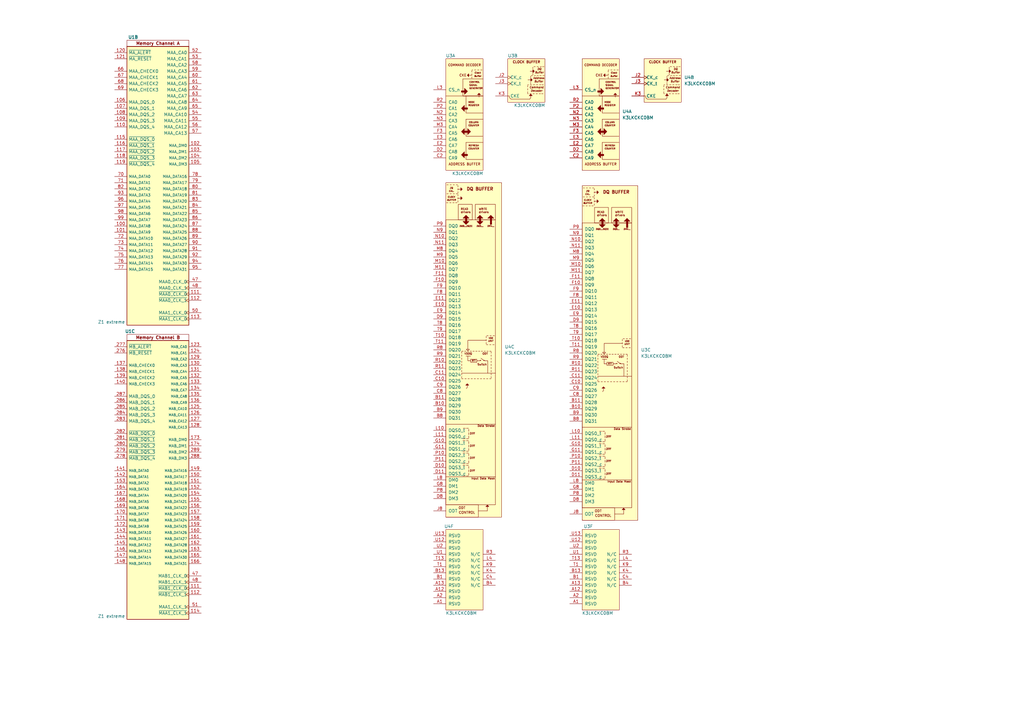
<source format=kicad_sch>
(kicad_sch (version 20230121) (generator eeschema)
  (paper "A3")
  (title_block (date "2023-05-06") (rev "A-A"))
  (lib_symbols
    (symbol "LRJ-parts:AMD_Z1_extreme" (pin_names (offset 0.7))
      (property "Reference" "U" (at -15.24 91.44 0))
      (property "Value" "Z1 extreme" (at -10.16 88.9 0))
      (symbol "AMD_Z1_extreme_0_1"
        (text private "(W)LAN\n" (at -55.88 149.86 0) (effects (font (size 1.27 1.27) bold)))
        (text private "128-bit" (at -148.59 149.86 0) (effects (font (size 1.27 1.27)) (justify right)))
        (text private "7.8 GB/s" (at -27.94 144.78 0) (effects (font (size 1.27 1.27)) (justify right)))
        (text private "7.8 GB/s" (at -7.62 144.78 0) (effects (font (size 1.27 1.27)) (justify right)))
        (text private "Asus Rog specs:\nv- 16GB Dual channel RAM\nIPS Screen\nMIPI-CSI\nv- WiFi 6E\nDual fans\nTwo speakers\nMiCroSD\nStereo Audio\nFinger Print sensor\nv- M.2 connector (PCIe x4)\nv- Asus conn.(PCIe x8)" (at -43.18 15.24 0) (effects (font (size 1.27 1.27))))
        (text private "DDR5 5600 2x64-bit" (at -154.94 154.94 900) (effects (font (size 1.27 1.27)) (justify left)))
        (text private "Display engine" (at -129.54 180.34 0) (effects (font (size 1.27 1.27)) (justify right)))
        (text private "DP 1.4a 32Gbps" (at -83.82 144.78 0) (effects (font (size 1.27 1.27)) (justify right)))
        (text private "DP 2.1" (at -124.46 144.78 0) (effects (font (size 1.27 1.27)) (justify left)))
        (text private "DP 2.1 40G / HDMI 48G" (at -139.7 152.4 900) (effects (font (size 1.27 1.27)) (justify left)))
        (text private "DP 2.1 40G / HDMI 48G" (at -134.62 152.4 900) (effects (font (size 1.27 1.27)) (justify left)))
        (text private "DP 2.1 40G / HDMI 48G" (at -129.54 152.4 900) (effects (font (size 1.27 1.27)) (justify left)))
        (text private "DP 3.0" (at -124.46 139.7 0) (effects (font (size 1.27 1.27)) (justify left)))
        (text private "DRAM" (at -149.86 180.34 0) (effects (font (size 1.27 1.27)) (justify right)))
        (text private "eDP 1.4b 32gbps" (at -144.78 157.48 900) (effects (font (size 1.27 1.27)) (justify left)))
        (text private "GbE / PCIe gen4\n" (at -53.34 157.48 900) (effects (font (size 1.27 1.27)) (justify left)))
        (text private "GPP/PCIe/NVMe\n" (at -30.48 149.86 0) (effects (font (size 1.27 1.27) bold)))
        (text private "GPP/PCIe/NVMe\n" (at -10.16 149.86 0) (effects (font (size 1.27 1.27) bold)))
        (text private "HDMI 2.1 48Gbps" (at -63.5 144.78 0) (effects (font (size 1.27 1.27)) (justify right)))
        (text private "LPDDR5X 7500 4x32-bit" (at -149.86 152.4 900) (effects (font (size 1.27 1.27)) (justify left)))
        (text private "mGPU - x8 Gen4 GFX\n" (at -83.82 149.86 0) (effects (font (size 1.27 1.27) bold)))
        (text private "PCIe gen4\n" (at -99.06 162.56 900) (effects (font (size 1.27 1.27)) (justify left)))
        (text private "PCIe gen4\n" (at -93.98 162.56 900) (effects (font (size 1.27 1.27)) (justify left)))
        (text private "PCIe gen4\n" (at -88.9 162.56 900) (effects (font (size 1.27 1.27)) (justify left)))
        (text private "PCIe gen4\n" (at -83.82 162.56 900) (effects (font (size 1.27 1.27)) (justify left)))
        (text private "PCIe gen4\n" (at -78.74 162.56 900) (effects (font (size 1.27 1.27)) (justify left)))
        (text private "PCIe gen4\n" (at -73.66 162.56 900) (effects (font (size 1.27 1.27)) (justify left)))
        (text private "PCIe gen4\n" (at -68.58 162.56 900) (effects (font (size 1.27 1.27)) (justify left)))
        (text private "PCIe gen4\n" (at -63.5 162.56 900) (effects (font (size 1.27 1.27)) (justify left)))
        (text private "PCIe gen4\n" (at -38.1 162.56 900) (effects (font (size 1.27 1.27)) (justify left)))
        (text private "PCIe gen4\n" (at -33.02 162.56 900) (effects (font (size 1.27 1.27)) (justify left)))
        (text private "PCIe gen4\n" (at -27.94 162.56 900) (effects (font (size 1.27 1.27)) (justify left)))
        (text private "PCIe gen4\n" (at -22.86 162.56 900) (effects (font (size 1.27 1.27)) (justify left)))
        (text private "PCIe gen4\n" (at -17.78 162.56 900) (effects (font (size 1.27 1.27)) (justify left)))
        (text private "PCIe gen4\n" (at -12.7 162.56 900) (effects (font (size 1.27 1.27)) (justify left)))
        (text private "PCIe gen4\n" (at -7.62 162.56 900) (effects (font (size 1.27 1.27)) (justify left)))
        (text private "PCIe gen4\n" (at -2.54 162.56 900) (effects (font (size 1.27 1.27)) (justify left)))
        (text private "PCIe x8: 16 diff pairs\nPCIe x4/M.2: 8 diff pairs\n\nDP 2.1: 4 diff pairs" (at -60.96 83.82 0) (effects (font (size 1.27 1.27)) (justify left)))
        (text private "RDNA3 12 CUs" (at -130.81 185.42 0) (effects (font (size 1.27 1.27)) (justify right)))
        (text private "SATA or PCIe gen4\n" (at -48.26 157.48 900) (effects (font (size 1.27 1.27)) (justify left)))
        (text private "SATA or PCIe gen4\n" (at -43.18 157.48 900) (effects (font (size 1.27 1.27)) (justify left)))
        (text private "USB 2.0 48 MB/s" (at -104.14 175.26 900) (effects (font (size 1.27 1.27)) (justify right)))
        (text private "USB 3.1 10Gbps" (at -114.3 172.72 900) (effects (font (size 1.27 1.27)) (justify right)))
        (text private "USB 3.1 10Gbps" (at -109.22 172.72 900) (effects (font (size 1.27 1.27)) (justify right)))
        (text private "USB 4 40Gbps" (at -124.46 172.72 900) (effects (font (size 1.27 1.27)) (justify right)))
        (text private "USB 4 40Gbps" (at -119.38 172.72 900) (effects (font (size 1.27 1.27)) (justify right)))
        (text private "USB 40" (at -125.73 149.86 0) (effects (font (size 1.27 1.27)) (justify left)))
        (text private "WIFI 6E / PCIe gen4\n" (at -58.42 154.94 900) (effects (font (size 1.27 1.27)) (justify left)))
        (text private "x2\n" (at -45.72 149.86 0) (effects (font (size 1.27 1.27) bold)))
      )
      (symbol "AMD_Z1_extreme_1_0"
        (pin output line (at -17.78 30.48 0) (length 5.08) (name "~{ALERT}") (number "1"))
        (pin bidirectional line (at -17.78 25.4 0) (length 5.08) (name "E_GPIO") (number "21"))
        (pin input line (at -17.78 -12.7 0) (length 5.08) (name "FANIN0") (number "22"))
        (pin input line (at -17.78 -30.48 0) (length 5.08) (name "~{TRST}") (number "229"))
        (pin output line (at 17.78 -12.7 180) (length 5.08) (name "FANOUT0") (number "23"))
        (pin passive line (at -17.78 5.08 0) (length 5.08) (name "FP8R1") (number "24"))
        (pin output clock (at 17.78 35.56 180) (length 5.08) (name "GPP_CLK0+") (number "25"))
        (pin output clock (at 17.78 33.02 180) (length 5.08) (name "GPP_CLK0-") (number "25"))
        (pin output clock (at 17.78 30.48 180) (length 5.08) (name "GPP_CLK1+") (number "25"))
        (pin output clock (at 17.78 27.94 180) (length 5.08) (name "GPP_CLK1-") (number "25"))
        (pin output clock (at 17.78 25.4 180) (length 5.08) (name "GPP_CLK2+") (number "25"))
        (pin output clock (at 17.78 22.86 180) (length 5.08) (name "GPP_CLK2-") (number "25"))
        (pin output clock (at 17.78 20.32 180) (length 5.08) (name "GPP_CLK3+") (number "25"))
        (pin output clock (at 17.78 17.78 180) (length 5.08) (name "GPP_CLK3-") (number "25"))
        (pin output clock (at 17.78 15.24 180) (length 5.08) (name "GPP_CLK4+") (number "25"))
        (pin output clock (at 17.78 12.7 180) (length 5.08) (name "GPP_CLK4-") (number "25"))
        (pin output clock (at 17.78 10.16 180) (length 5.08) (name "GPP_CLK5+") (number "25"))
        (pin output clock (at 17.78 7.62 180) (length 5.08) (name "GPP_CLK5-") (number "25"))
        (pin input line (at -17.78 7.62 0) (length 5.08) (name "~{RSMRST}") (number "26"))
        (pin no_connect line (at 17.78 -17.78 180) (length 5.08) (name "RSVD") (number "27"))
        (pin output clock (at 17.78 0 180) (length 5.08) (name "RTCCLK") (number "28"))
        (pin bidirectional line (at -17.78 22.86 0) (length 5.08) (name "S0A3_GPIO") (number "29"))
        (pin output line (at -17.78 17.78 0) (length 5.08) (name "SIC") (number "30"))
        (pin bidirectional line (at -17.78 20.32 0) (length 5.08) (name "SID") (number "31"))
        (pin input clock (at -17.78 -17.78 0) (length 5.08) (name "SVC") (number "34"))
        (pin bidirectional line (at 17.78 -20.32 180) (length 5.08) (name "SVD") (number "35"))
        (pin input line (at -17.78 -20.32 0) (length 5.08) (name "SVT") (number "36"))
        (pin input line (at -17.78 33.02 0) (length 5.08) (name "~{SYS_RESET}") (number "37"))
        (pin input line (at -17.78 -27.94 0) (length 5.08) (name "TEST") (number "38"))
        (pin output line (at -17.78 10.16 0) (length 5.08) (name "~{THERMTRIP}") (number "39"))
        (pin input line (at -17.78 12.7 0) (length 5.08) (name "~{KBRST}") (number "44"))
        (pin input line (at -17.78 15.24 0) (length 5.08) (name "~{PROCHOT}") (number "45"))
        (pin bidirectional line (at -17.78 27.94 0) (length 5.08) (name "A_GPIO") (number "8"))
        (pin output line (at 17.78 -2.54 180) (length 5.08) (name "BLINK") (number "9"))
        (pin output clock (at 17.78 -7.62 180) (length 5.08) (name "X48M_OSC") (number "AK1"))
        (pin input line (at -17.78 -33.02 0) (length 5.08) (name "TDI") (number "AP3"))
        (pin input clock (at -17.78 -35.56 0) (length 5.08) (name "TCK") (number "AR2"))
        (pin input line (at -17.78 -40.64 0) (length 5.08) (name "~{DBREQ}") (number "AT2"))
        (pin output line (at 17.78 -33.02 180) (length 5.08) (name "TDO") (number "AU1"))
        (pin input line (at -17.78 -38.1 0) (length 5.08) (name "TMS") (number "AU3"))
        (pin input line (at -17.78 35.56 0) (length 5.08) (name "~{RESET}") (number "AW3"))
        (pin input clock (at -17.78 0 0) (length 5.08) (name "X32K_X1") (number "AY1"))
        (pin input clock (at -17.78 -2.54 0) (length 5.08) (name "X32K_X2") (number "AY4"))
        (pin input clock (at -17.78 -7.62 0) (length 5.08) (name "X48M_X2") (number "BA5"))
        (pin input clock (at -17.78 -5.08 0) (length 5.08) (name "X48M_X1") (number "BB3"))
      )
      (symbol "AMD_Z1_extreme_1_1"
        (text "JTAG" (at 0 -24.13 0) (effects (font (size 1.27 1.27) bold)))
        (text "System Control" (at 1.27 39.37 0) (effects (font (size 1.27 1.27) bold)))
      )
      (symbol "AMD_Z1_extreme_2_0"
        (pin bidirectional line (at -17.78 -17.78 0) (length 5.08) (name "MAA_DATA8") (number "100"))
        (pin bidirectional line (at -17.78 -20.32 0) (length 5.08) (name "MAA_DATA9") (number "101"))
        (pin output line (at 17.78 15.24 180) (length 5.08) (name "MAA_DM0") (number "102"))
        (pin output line (at 17.78 12.7 180) (length 5.08) (name "MAA_DM1") (number "103"))
        (pin output line (at 17.78 10.16 180) (length 5.08) (name "MAA_DM2") (number "104"))
        (pin output line (at 17.78 7.62 180) (length 5.08) (name "MAA_DM3") (number "105"))
        (pin bidirectional line (at -17.78 33.02 0) (length 5.08) (name "MAA_DQS_0") (number "106"))
        (pin bidirectional line (at -17.78 30.48 0) (length 5.08) (name "MAA_DQS_1") (number "107"))
        (pin bidirectional line (at -17.78 27.94 0) (length 5.08) (name "MAA_DQS_2") (number "108"))
        (pin bidirectional line (at -17.78 25.4 0) (length 5.08) (name "MAA_DQS_3") (number "109"))
        (pin bidirectional line (at -17.78 22.86 0) (length 5.08) (name "MAA_DQS_4") (number "110"))
        (pin output clock (at 17.78 -45.72 180) (length 5.08) (name "~{MAA0_CLK_0}") (number "111"))
        (pin output clock (at 17.78 -48.26 180) (length 5.08) (name "~{MAA0_CLK_1}") (number "112"))
        (pin output clock (at 17.78 -55.88 180) (length 5.08) (name "~{MAA1_CLK_0}") (number "113"))
        (pin bidirectional line (at -17.78 17.78 0) (length 5.08) (name "~{MAA_DQS_0}") (number "115"))
        (pin bidirectional line (at -17.78 15.24 0) (length 5.08) (name "~{MAA_DQS_1}") (number "116"))
        (pin bidirectional line (at -17.78 12.7 0) (length 5.08) (name "~{MAA_DQS_2}") (number "117"))
        (pin bidirectional line (at -17.78 10.16 0) (length 5.08) (name "~{MAA_DQS_3}") (number "118"))
        (pin bidirectional line (at -17.78 7.62 0) (length 5.08) (name "~{MAA_DQS_4}") (number "119"))
        (pin input line (at -17.78 53.34 0) (length 5.08) (name "~{MA_ALERT}") (number "120"))
        (pin input line (at -17.78 50.8 0) (length 5.08) (name "~{MA_RESET}") (number "121"))
        (pin output clock (at 17.78 -40.64 180) (length 5.08) (name "MAA0_CLK_0") (number "47"))
        (pin output clock (at 17.78 -43.18 180) (length 5.08) (name "MAA0_CLK_1") (number "48"))
        (pin output clock (at 17.78 -53.34 180) (length 5.08) (name "MAA1_CLK_0") (number "50"))
        (pin output line (at 17.78 53.34 180) (length 5.08) (name "MAA_CA0") (number "52"))
        (pin output line (at 17.78 50.8 180) (length 5.08) (name "MAA_CA1") (number "53"))
        (pin output line (at 17.78 27.94 180) (length 5.08) (name "MAA_CA10") (number "54"))
        (pin output line (at 17.78 25.4 180) (length 5.08) (name "MAA_CA11") (number "55"))
        (pin output line (at 17.78 22.86 180) (length 5.08) (name "MAA_CA12") (number "56"))
        (pin output line (at 17.78 20.32 180) (length 5.08) (name "MAA_CA13") (number "57"))
        (pin output line (at 17.78 48.26 180) (length 5.08) (name "MAA_CA2") (number "58"))
        (pin output line (at 17.78 45.72 180) (length 5.08) (name "MAA_CA3") (number "59"))
        (pin output line (at 17.78 43.18 180) (length 5.08) (name "MAA_CA4") (number "60"))
        (pin output line (at 17.78 40.64 180) (length 5.08) (name "MAA_CA5") (number "61"))
        (pin output line (at 17.78 38.1 180) (length 5.08) (name "MAA_CA6") (number "62"))
        (pin output line (at 17.78 35.56 180) (length 5.08) (name "MAA_CA7") (number "63"))
        (pin output line (at 17.78 33.02 180) (length 5.08) (name "MAA_CA8") (number "64"))
        (pin output line (at 17.78 30.48 180) (length 5.08) (name "MAA_CA9") (number "65"))
        (pin input line (at -17.78 45.72 0) (length 5.08) (name "MAA_CHECK0") (number "66"))
        (pin input line (at -17.78 43.18 0) (length 5.08) (name "MAA_CHECK1") (number "67"))
        (pin input line (at -17.78 40.64 0) (length 5.08) (name "MAA_CHECK2") (number "68"))
        (pin input line (at -17.78 38.1 0) (length 5.08) (name "MAA_CHECK3") (number "69"))
        (pin bidirectional line (at -17.78 2.54 0) (length 5.08) (name "MAA_DATA0") (number "70"))
        (pin bidirectional line (at -17.78 0 0) (length 5.08) (name "MAA_DATA1") (number "71"))
        (pin bidirectional line (at -17.78 -22.86 0) (length 5.08) (name "MAA_DATA10") (number "72"))
        (pin bidirectional line (at -17.78 -25.4 0) (length 5.08) (name "MAA_DATA11") (number "73"))
        (pin bidirectional line (at -17.78 -27.94 0) (length 5.08) (name "MAA_DATA12") (number "74"))
        (pin bidirectional line (at -17.78 -30.48 0) (length 5.08) (name "MAA_DATA13") (number "75"))
        (pin bidirectional line (at -17.78 -33.02 0) (length 5.08) (name "MAA_DATA14") (number "76"))
        (pin bidirectional line (at -17.78 -35.56 0) (length 5.08) (name "MAA_DATA15") (number "77"))
        (pin bidirectional line (at 17.78 2.54 180) (length 5.08) (name "MAA_DATA16") (number "78"))
        (pin bidirectional line (at 17.78 0 180) (length 5.08) (name "MAA_DATA17") (number "79"))
        (pin bidirectional line (at 17.78 -2.54 180) (length 5.08) (name "MAA_DATA18") (number "80"))
        (pin bidirectional line (at 17.78 -5.08 180) (length 5.08) (name "MAA_DATA19") (number "81"))
        (pin bidirectional line (at -17.78 -2.54 0) (length 5.08) (name "MAA_DATA2") (number "82"))
        (pin bidirectional line (at 17.78 -7.62 180) (length 5.08) (name "MAA_DATA20") (number "83"))
        (pin bidirectional line (at 17.78 -10.16 180) (length 5.08) (name "MAA_DATA21") (number "84"))
        (pin bidirectional line (at 17.78 -12.7 180) (length 5.08) (name "MAA_DATA22") (number "85"))
        (pin bidirectional line (at 17.78 -15.24 180) (length 5.08) (name "MAA_DATA23") (number "86"))
        (pin bidirectional line (at 17.78 -17.78 180) (length 5.08) (name "MAA_DATA24") (number "87"))
        (pin bidirectional line (at 17.78 -20.32 180) (length 5.08) (name "MAA_DATA25") (number "88"))
        (pin bidirectional line (at 17.78 -22.86 180) (length 5.08) (name "MAA_DATA26") (number "89"))
        (pin bidirectional line (at 17.78 -25.4 180) (length 5.08) (name "MAA_DATA27") (number "90"))
        (pin bidirectional line (at 17.78 -27.94 180) (length 5.08) (name "MAA_DATA28") (number "91"))
        (pin bidirectional line (at 17.78 -30.48 180) (length 5.08) (name "MAA_DATA29") (number "92"))
        (pin bidirectional line (at -17.78 -5.08 0) (length 5.08) (name "MAA_DATA3") (number "93"))
        (pin bidirectional line (at 17.78 -33.02 180) (length 5.08) (name "MAA_DATA30") (number "94"))
        (pin bidirectional line (at 17.78 -35.56 180) (length 5.08) (name "MAA_DATA31") (number "95"))
        (pin bidirectional line (at -17.78 -7.62 0) (length 5.08) (name "MAA_DATA4") (number "96"))
        (pin bidirectional line (at -17.78 -10.16 0) (length 5.08) (name "MAA_DATA5") (number "97"))
        (pin bidirectional line (at -17.78 -12.7 0) (length 5.08) (name "MAA_DATA6") (number "98"))
        (pin bidirectional line (at -17.78 -15.24 0) (length 5.08) (name "MAA_DATA7") (number "99"))
      )
      (symbol "AMD_Z1_extreme_2_1"
        (text "Memory Channel A" (at 0 57.15 0) (effects (font (size 1.27 1.27) bold)))
      )
      (symbol "AMD_Z1_extreme_3_0"
        (pin output clock (at 17.78 -45.72 180) (length 5.08) (name "~{MAB1_CLK_0}") (number "111"))
        (pin output clock (at 17.78 -48.26 180) (length 5.08) (name "~{MAB1_CLK_1}") (number "112"))
        (pin output clock (at 17.78 -55.88 180) (length 5.08) (name "~{MAA1_CLK_1}") (number "114"))
        (pin output line (at 17.78 53.34 180) (length 5.08) (name "MAB_CA0") (number "123"))
        (pin output line (at 17.78 50.8 180) (length 5.08) (name "MAB_CA1") (number "124"))
        (pin output line (at 17.78 27.94 180) (length 5.08) (name "MAB_CA10") (number "125"))
        (pin output line (at 17.78 25.4 180) (length 5.08) (name "MAB_CA11") (number "126"))
        (pin output line (at 17.78 22.86 180) (length 5.08) (name "MAB_CA12") (number "127"))
        (pin output line (at 17.78 20.32 180) (length 5.08) (name "MAB_CA13") (number "128"))
        (pin output line (at 17.78 48.26 180) (length 5.08) (name "MAB_CA2") (number "129"))
        (pin output line (at 17.78 45.72 180) (length 5.08) (name "MAB_CA3") (number "130"))
        (pin output line (at 17.78 43.18 180) (length 5.08) (name "MAB_CA4") (number "131"))
        (pin output line (at 17.78 40.64 180) (length 5.08) (name "MAB_CA5") (number "132"))
        (pin output line (at 17.78 38.1 180) (length 5.08) (name "MAB_CA6") (number "133"))
        (pin output line (at 17.78 35.56 180) (length 5.08) (name "MAB_CA7") (number "134"))
        (pin output line (at 17.78 33.02 180) (length 5.08) (name "MAB_CA8") (number "135"))
        (pin output line (at 17.78 30.48 180) (length 5.08) (name "MAB_CA9") (number "136"))
        (pin input line (at -17.78 45.72 0) (length 5.08) (name "MAB_CHECK0") (number "137"))
        (pin input line (at -17.78 43.18 0) (length 5.08) (name "MAB_CHECK1") (number "138"))
        (pin input line (at -17.78 40.64 0) (length 5.08) (name "MAB_CHECK2") (number "139"))
        (pin input line (at -17.78 38.1 0) (length 5.08) (name "MAB_CHECK3") (number "140"))
        (pin bidirectional line (at -17.78 2.54 0) (length 5.08) (name "MAB_DATA0") (number "141"))
        (pin bidirectional line (at -17.78 0 0) (length 5.08) (name "MAB_DATA1") (number "142"))
        (pin bidirectional line (at -17.78 -22.86 0) (length 5.08) (name "MAB_DATA10") (number "143"))
        (pin bidirectional line (at -17.78 -25.4 0) (length 5.08) (name "MAB_DATA11") (number "144"))
        (pin bidirectional line (at -17.78 -27.94 0) (length 5.08) (name "MAB_DATA12") (number "145"))
        (pin bidirectional line (at -17.78 -30.48 0) (length 5.08) (name "MAB_DATA13") (number "146"))
        (pin bidirectional line (at -17.78 -33.02 0) (length 5.08) (name "MAB_DATA14") (number "147"))
        (pin bidirectional line (at -17.78 -35.56 0) (length 5.08) (name "MAB_DATA15") (number "148"))
        (pin bidirectional line (at 17.78 2.54 180) (length 5.08) (name "MAB_DATA16") (number "149"))
        (pin bidirectional line (at 17.78 0 180) (length 5.08) (name "MAB_DATA17") (number "150"))
        (pin bidirectional line (at 17.78 -2.54 180) (length 5.08) (name "MAB_DATA18") (number "151"))
        (pin bidirectional line (at 17.78 -5.08 180) (length 5.08) (name "MAB_DATA19") (number "152"))
        (pin bidirectional line (at -17.78 -2.54 0) (length 5.08) (name "MAB_DATA2") (number "153"))
        (pin bidirectional line (at 17.78 -7.62 180) (length 5.08) (name "MAB_DATA20") (number "154"))
        (pin bidirectional line (at 17.78 -10.16 180) (length 5.08) (name "MAB_DATA21") (number "155"))
        (pin bidirectional line (at 17.78 -12.7 180) (length 5.08) (name "MAB_DATA22") (number "156"))
        (pin bidirectional line (at 17.78 -15.24 180) (length 5.08) (name "MAB_DATA23") (number "157"))
        (pin bidirectional line (at 17.78 -17.78 180) (length 5.08) (name "MAB_DATA24") (number "158"))
        (pin bidirectional line (at 17.78 -20.32 180) (length 5.08) (name "MAB_DATA25") (number "159"))
        (pin bidirectional line (at 17.78 -22.86 180) (length 5.08) (name "MAB_DATA26") (number "160"))
        (pin bidirectional line (at 17.78 -25.4 180) (length 5.08) (name "MAB_DATA27") (number "161"))
        (pin bidirectional line (at 17.78 -27.94 180) (length 5.08) (name "MAB_DATA28") (number "162"))
        (pin bidirectional line (at 17.78 -30.48 180) (length 5.08) (name "MAB_DATA29") (number "163"))
        (pin bidirectional line (at -17.78 -5.08 0) (length 5.08) (name "MAB_DATA3") (number "164"))
        (pin bidirectional line (at 17.78 -33.02 180) (length 5.08) (name "MAB_DATA30") (number "165"))
        (pin bidirectional line (at 17.78 -35.56 180) (length 5.08) (name "MAB_DATA31") (number "166"))
        (pin bidirectional line (at -17.78 -7.62 0) (length 5.08) (name "MAB_DATA4") (number "167"))
        (pin bidirectional line (at -17.78 -10.16 0) (length 5.08) (name "MAB_DATA5") (number "168"))
        (pin bidirectional line (at -17.78 -12.7 0) (length 5.08) (name "MAB_DATA6") (number "169"))
        (pin bidirectional line (at -17.78 -15.24 0) (length 5.08) (name "MAB_DATA7") (number "170"))
        (pin bidirectional line (at -17.78 -17.78 0) (length 5.08) (name "MAB_DATA8") (number "171"))
        (pin bidirectional line (at -17.78 -20.32 0) (length 5.08) (name "MAB_DATA9") (number "172"))
        (pin output line (at 17.78 15.24 180) (length 5.08) (name "MAB_DM0") (number "173"))
        (pin output line (at 17.78 12.7 180) (length 5.08) (name "MAB_DM1") (number "174"))
        (pin input line (at -17.78 50.8 0) (length 5.08) (name "~{MB_RESET}") (number "276"))
        (pin input line (at -17.78 53.34 0) (length 5.08) (name "~{MB_ALERT}") (number "277"))
        (pin bidirectional line (at -17.78 7.62 0) (length 5.08) (name "~{MAB_DQS_4}") (number "278"))
        (pin bidirectional line (at -17.78 10.16 0) (length 5.08) (name "~{MAB_DQS_3}") (number "279"))
        (pin bidirectional line (at -17.78 12.7 0) (length 5.08) (name "~{MAB_DQS_2}") (number "280"))
        (pin bidirectional line (at -17.78 15.24 0) (length 5.08) (name "~{MAB_DQS_1}") (number "281"))
        (pin bidirectional line (at -17.78 17.78 0) (length 5.08) (name "~{MAB_DQS_0}") (number "282"))
        (pin bidirectional line (at -17.78 22.86 0) (length 5.08) (name "MAB_DQS_4") (number "283"))
        (pin bidirectional line (at -17.78 25.4 0) (length 5.08) (name "MAB_DQS_3") (number "284"))
        (pin bidirectional line (at -17.78 27.94 0) (length 5.08) (name "MAB_DQS_2") (number "285"))
        (pin bidirectional line (at -17.78 30.48 0) (length 5.08) (name "MAB_DQS_1") (number "286"))
        (pin bidirectional line (at -17.78 33.02 0) (length 5.08) (name "MAB_DQS_0") (number "287"))
        (pin output line (at 17.78 7.62 180) (length 5.08) (name "MAB_DM3") (number "288"))
        (pin output line (at 17.78 10.16 180) (length 5.08) (name "MAB_DM2") (number "289"))
        (pin output clock (at 17.78 -40.64 180) (length 5.08) (name "MAB1_CLK_0") (number "47"))
        (pin output clock (at 17.78 -43.18 180) (length 5.08) (name "MAB1_CLK_1") (number "48"))
        (pin output clock (at 17.78 -53.34 180) (length 5.08) (name "MAA1_CLK_1") (number "51"))
      )
      (symbol "AMD_Z1_extreme_3_1"
        (text "Memory Channel B" (at 0 57.15 0) (effects (font (size 1.27 1.27) bold)))
      )
      (symbol "AMD_Z1_extreme_4_0"
        (pin input line (at -20.32 -27.94 0) (length 5.08) (name "USB1_RX+") (number "175"))
        (pin input line (at -20.32 38.1 0) (length 5.08) (name "USBC0_RX1+") (number "176"))
        (pin input line (at -20.32 35.56 0) (length 5.08) (name "USBC0_RX1-") (number "177"))
        (pin input line (at -20.32 33.02 0) (length 5.08) (name "USBC0_RX2+") (number "178"))
        (pin input line (at -20.32 30.48 0) (length 5.08) (name "USBC0_RX2-") (number "179"))
        (pin input line (at -20.32 27.94 0) (length 5.08) (name "USBC0_SBRX") (number "180"))
        (pin output line (at 20.32 27.94 180) (length 5.08) (name "USBC0_SBTX") (number "181"))
        (pin output line (at 20.32 38.1 180) (length 5.08) (name "USBC0_TX1+") (number "182"))
        (pin output line (at 20.32 35.56 180) (length 5.08) (name "USBC0_TX1-") (number "183"))
        (pin output line (at 20.32 33.02 180) (length 5.08) (name "USBC0_TX2+") (number "184"))
        (pin output line (at 20.32 30.48 180) (length 5.08) (name "USBC0_TX2-") (number "185"))
        (pin input line (at -20.32 22.86 0) (length 5.08) (name "USBC1_RX1+") (number "186"))
        (pin input line (at -20.32 20.32 0) (length 5.08) (name "USBC1_RX1-") (number "187"))
        (pin input line (at -20.32 17.78 0) (length 5.08) (name "USBC1_RX2+") (number "188"))
        (pin input line (at -20.32 15.24 0) (length 5.08) (name "USBC1_RX2-") (number "189"))
        (pin input line (at -20.32 12.7 0) (length 5.08) (name "USBC1_SBRX") (number "190"))
        (pin output line (at 20.32 12.7 180) (length 5.08) (name "USBC1_SBTX") (number "191"))
        (pin output line (at 20.32 22.86 180) (length 5.08) (name "USBC1_TX1+") (number "192"))
        (pin output line (at 20.32 20.32 180) (length 5.08) (name "USBC1_TX1-") (number "193"))
        (pin output line (at 20.32 17.78 180) (length 5.08) (name "USBC1_TX2+") (number "194"))
        (pin output line (at 20.32 15.24 180) (length 5.08) (name "USBC1_TX2-") (number "195"))
        (pin unspecified clock (at -20.32 5.08 0) (length 5.08) (name "USBC_I2C_SCL") (number "196"))
        (pin bidirectional line (at -20.32 7.62 0) (length 5.08) (name "USBC_I2C_SDA") (number "197"))
        (pin output line (at 20.32 7.62 180) (length 5.08) (name "USBC_PD_INT") (number "198"))
        (pin input line (at -20.32 -2.54 0) (length 5.08) (name "USB_BIOS_UPDATE") (number "199"))
        (pin input line (at -20.32 -5.08 0) (length 5.08) (name "~{USB_OC0}") (number "200"))
        (pin input line (at -20.32 -20.32 0) (length 5.08) (name "~{USB_OC1}") (number "201"))
        (pin input line (at -20.32 -38.1 0) (length 5.08) (name "~{USB_OC2}") (number "202"))
        (pin input line (at 20.32 -12.7 180) (length 5.08) (name "USB0_TX+") (number "214"))
        (pin bidirectional line (at -20.32 -40.64 0) (length 5.08) (name "USB0_D+") (number "265"))
        (pin bidirectional line (at -20.32 -7.62 0) (length 5.08) (name "USB0_D+") (number "266"))
        (pin bidirectional line (at -20.32 -43.18 0) (length 5.08) (name "USB0_D-") (number "267"))
        (pin bidirectional line (at -20.32 -10.16 0) (length 5.08) (name "USB0_D-") (number "268"))
        (pin input line (at -20.32 -12.7 0) (length 5.08) (name "USB0_RX+") (number "269"))
        (pin input line (at -20.32 -15.24 0) (length 5.08) (name "USB0_RX-") (number "270"))
        (pin output line (at 20.32 -15.24 180) (length 5.08) (name "USB0_TX-") (number "271"))
        (pin bidirectional line (at -20.32 -22.86 0) (length 5.08) (name "USB1_D+") (number "272"))
        (pin bidirectional line (at -20.32 -25.4 0) (length 5.08) (name "USB1_D-") (number "273"))
        (pin input line (at -20.32 -30.48 0) (length 5.08) (name "USB1_RX-") (number "290"))
        (pin input line (at 20.32 -27.94 180) (length 5.08) (name "USB1_TX+") (number "291"))
        (pin input line (at 20.32 -30.48 180) (length 5.08) (name "USB1_TX-") (number "292"))
      )
      (symbol "AMD_Z1_extreme_4_1"
        (text "USB 2.0" (at 0 -34.29 0) (effects (font (size 1.27 1.27) bold)))
        (text "USB 3.1" (at 0 1.27 0) (effects (font (size 1.27 1.27) bold)))
        (text "USB 4.0" (at 0 41.91 0) (effects (font (size 1.27 1.27) bold)))
      )
      (symbol "AMD_Z1_extreme_5_0"
        (pin input line (at -17.78 -5.08 0) (length 5.08) (name "~{ESPI_ALERT}") (number "203"))
        (pin output line (at 15.24 7.62 180) (length 5.08) (name "ESPI_CLK") (number "204"))
        (pin input line (at -17.78 -2.54 0) (length 5.08) (name "~{ESPI_CS}") (number "205"))
        (pin input line (at -17.78 -7.62 0) (length 5.08) (name "~{ESPI_RESET}") (number "207"))
        (pin input clock (at -17.78 -17.78 0) (length 5.08) (name "I^{2}C1_SCL") (number "210"))
        (pin bidirectional line (at 15.24 -15.24 180) (length 5.08) (name "I^{2}C0_SDA") (number "211"))
        (pin bidirectional line (at 15.24 -17.78 180) (length 5.08) (name "I^{2}C1_SDA") (number "211"))
        (pin input line (at -17.78 17.78 0) (length 5.08) (name "~{SPI1_CS1}") (number "215"))
        (pin bidirectional line (at -17.78 22.86 0) (length 5.08) (name "SPI1_DAT0") (number "216"))
        (pin bidirectional line (at -17.78 20.32 0) (length 5.08) (name "SPI1_DAT1") (number "217"))
        (pin bidirectional line (at 15.24 22.86 180) (length 5.08) (name "SPI1_DAT2") (number "218"))
        (pin bidirectional line (at 15.24 20.32 180) (length 5.08) (name "SPI1_DAT3") (number "218"))
        (pin input line (at -17.78 10.16 0) (length 5.08) (name "SPI_ROM_GNT") (number "219"))
        (pin output line (at 15.24 10.16 180) (length 5.08) (name "SPI_ROM_REQ") (number "220"))
        (pin input line (at -17.78 12.7 0) (length 5.08) (name "~{SPI_TPM_CS}") (number "221"))
        (pin output clock (at -17.78 25.4 0) (length 5.08) (name "SPI1_CLK") (number "274"))
        (pin input line (at -17.78 15.24 0) (length 5.08) (name "~{SPI1_CS2}") (number "302"))
        (pin bidirectional line (at -17.78 7.62 0) (length 5.08) (name "ESPI_DAT0") (number "308"))
        (pin bidirectional line (at -17.78 5.08 0) (length 5.08) (name "ESPI_DAT1") (number "309"))
        (pin bidirectional line (at -17.78 2.54 0) (length 5.08) (name "ESPI_DAT2") (number "310"))
        (pin bidirectional line (at -17.78 0 0) (length 5.08) (name "ESPI_DAT3") (number "311"))
        (pin bidirectional line (at 15.24 -25.4 180) (length 5.08) (name "SMbus0_SDA") (number "BB20"))
        (pin input clock (at -17.78 -27.94 0) (length 5.08) (name "SMbus1_SCL") (number "BB5"))
        (pin bidirectional line (at 15.24 -27.94 180) (length 5.08) (name "SMbus1_SDA") (number "BC20"))
        (pin input clock (at -17.78 -25.4 0) (length 5.08) (name "SMbus0_SCL") (number "BC22"))
        (pin input clock (at -17.78 -15.24 0) (length 5.08) (name "I^{2}C0_SCL") (number "BD20"))
      )
      (symbol "AMD_Z1_extreme_5_1"
        (text ", I^{2}C & GPIO" (at 2.54 -21.59 0) (effects (font (size 1.27 1.27))))
        (text ", I^{3}C & GPIO" (at 1.27 -11.43 0) (effects (font (size 1.27 1.27))))
        (text "I^{2}C" (at -6.35 -11.43 0) (effects (font (size 1.27 1.27) bold)))
        (text "SMbus" (at -6.35 -21.59 0) (effects (font (size 1.27 1.27) bold)))
        (text "SPI" (at -1.27 29.21 0) (effects (font (size 1.27 1.27) bold)))
      )
      (symbol "AMD_Z1_extreme_6_0"
        (pin input line (at -25.4 -2.54 0) (length 5.08) (name "~{PWR_BTN}") (number "230"))
        (pin input line (at -25.4 -20.32 0) (length 5.08) (name "PWR_GOOD") (number "231"))
        (pin power_in line (at 5.08 38.1 270) (length 5.08) (name "VDDBT_RTC_G") (number "232"))
        (pin power_in line (at -12.7 38.1 270) (length 5.08) (name "VDDCR") (number "233"))
        (pin input line (at -25.4 15.24 0) (length 5.08) (name "VDDCR_SENSE") (number "234"))
        (pin power_in line (at -10.16 38.1 270) (length 5.08) (name "VDDCR_SOC") (number "235"))
        (pin input line (at -25.4 12.7 0) (length 5.08) (name "VDDCR_SOC_SENSE") (number "236"))
        (pin input line (at -25.4 17.78 0) (length 5.08) (name "VDDIO_MEM_S3_SENSE") (number "239"))
        (pin power_in line (at -2.54 38.1 270) (length 5.08) (name "VDD_18") (number "240"))
        (pin power_in line (at 0 38.1 270) (length 5.08) (name "VDD_18_S5") (number "241"))
        (pin power_in line (at -7.62 38.1 270) (length 5.08) (name "VDD_33") (number "242"))
        (pin power_in line (at -5.08 38.1 270) (length 5.08) (name "VDD_33_S5") (number "243"))
        (pin power_in line (at 10.16 38.1 270) (length 5.08) (name "VDD_MISC") (number "244"))
        (pin power_in line (at 2.54 38.1 270) (length 5.08) (name "VDD_MISC_S5") (number "245"))
        (pin input line (at -25.4 7.62 0) (length 5.08) (name "VDD_MISC_S5_SENSE") (number "246"))
        (pin input line (at -25.4 10.16 0) (length 5.08) (name "VDD_MISC_SENSE") (number "247"))
        (pin input line (at -25.4 -25.4 0) (length 5.08) (name "VSS_SENSE_A") (number "253"))
        (pin input line (at -25.4 -27.94 0) (length 5.08) (name "VSS_SENSE_B") (number "254"))
        (pin input line (at -25.4 2.54 0) (length 5.08) (name "~{SLP_S3}") (number "32"))
        (pin input line (at -25.4 0 0) (length 5.08) (name "~{SLP_S5}") (number "32"))
        (pin passive line (at -17.78 -53.34 90) (length 5.08) hide (name "Vss") (number "A10"))
        (pin passive line (at -17.78 -53.34 90) (length 5.08) hide (name "Vss") (number "A12"))
        (pin passive line (at -17.78 -53.34 90) (length 5.08) hide (name "Vss") (number "A14"))
        (pin passive line (at -17.78 -53.34 90) (length 5.08) hide (name "Vss") (number "A16"))
        (pin passive line (at 2.54 -53.34 90) (length 5.08) hide (name "Vss") (number "A19"))
        (pin passive line (at 2.54 -53.34 90) (length 5.08) hide (name "Vss") (number "A21"))
        (pin passive line (at 2.54 -53.34 90) (length 5.08) hide (name "Vss") (number "A23"))
        (pin passive line (at 2.54 -53.34 90) (length 5.08) hide (name "Vss") (number "A26"))
        (pin power_in line (at -17.78 -53.34 90) (length 5.08) (name "Vss") (number "A3"))
        (pin power_in line (at 2.54 -53.34 90) (length 5.08) (name "Vss") (number "A30"))
        (pin passive line (at -17.78 -53.34 90) (length 5.08) hide (name "Vss") (number "A5"))
        (pin passive line (at -17.78 -53.34 90) (length 5.08) hide (name "Vss") (number "A7"))
        (pin power_in line (at 17.78 38.1 270) (length 5.08) (name "VDDIO_MEM_S3") (number "AC20"))
        (pin passive line (at 20.32 38.1 270) (length 5.08) hide (name "VDDIO_MEM_S3") (number "AC28"))
        (pin passive line (at 20.32 38.1 270) (length 5.08) hide (name "VDDIO_MEM_S3") (number "AD28"))
        (pin passive line (at 17.78 38.1 270) (length 5.08) hide (name "VDDIO_MEM_S3") (number "AE20"))
        (pin power_in line (at 20.32 38.1 270) (length 5.08) (name "VDDIO_MEM_S3") (number "AE28"))
        (pin passive line (at 20.32 38.1 270) (length 5.08) hide (name "VDDIO_MEM_S3") (number "AF28"))
        (pin passive line (at 17.78 38.1 270) (length 5.08) hide (name "VDDIO_MEM_S3") (number "AG20"))
        (pin power_in line (at 22.86 38.1 270) (length 5.08) (name "VDDIO_MEM_S3") (number "AG28"))
        (pin passive line (at 17.78 38.1 270) (length 5.08) hide (name "VDDIO_MEM_S3") (number "AJ20"))
        (pin passive line (at 22.86 38.1 270) (length 5.08) hide (name "VDDIO_MEM_S3") (number "AJ28"))
        (pin passive line (at 22.86 38.1 270) (length 5.08) hide (name "VDDIO_MEM_S3") (number "AK28"))
        (pin passive line (at 22.86 38.1 270) (length 5.08) hide (name "VDDIO_MEM_S3") (number "AL28"))
        (pin power_in line (at 25.4 38.1 270) (length 5.08) (name "VDDIO_MEM_S3") (number "AM28"))
        (pin passive line (at 25.4 38.1 270) (length 5.08) hide (name "VDDIO_MEM_S3") (number "AN28"))
        (pin passive line (at 25.4 38.1 270) (length 5.08) hide (name "VDDIO_MEM_S3") (number "AP28"))
        (pin power_in line (at 12.7 38.1 270) (length 5.08) (name "VDDIO_AUDIO") (number "AP9"))
        (pin passive line (at 25.4 -53.34 90) (length 5.08) hide (name "Vss") (number "AV32"))
        (pin passive line (at -7.62 -53.34 90) (length 5.08) hide (name "Vss") (number "AY10"))
        (pin passive line (at -7.62 -53.34 90) (length 5.08) hide (name "Vss") (number "AY11"))
        (pin passive line (at -7.62 -53.34 90) (length 5.08) hide (name "Vss") (number "AY12"))
        (pin passive line (at -7.62 -53.34 90) (length 5.08) hide (name "Vss") (number "AY13"))
        (pin passive line (at -7.62 -53.34 90) (length 5.08) hide (name "Vss") (number "AY14"))
        (pin passive line (at -7.62 -53.34 90) (length 5.08) hide (name "Vss") (number "AY15"))
        (pin passive line (at -7.62 -53.34 90) (length 5.08) hide (name "Vss") (number "AY16"))
        (pin passive line (at 17.78 -53.34 90) (length 5.08) hide (name "Vss") (number "AY18"))
        (pin passive line (at 17.78 -53.34 90) (length 5.08) hide (name "Vss") (number "AY19"))
        (pin passive line (at 17.78 -53.34 90) (length 5.08) hide (name "Vss") (number "AY20"))
        (pin passive line (at 17.78 -53.34 90) (length 5.08) hide (name "Vss") (number "AY21"))
        (pin passive line (at 17.78 -53.34 90) (length 5.08) hide (name "Vss") (number "AY22"))
        (pin passive line (at 17.78 -53.34 90) (length 5.08) hide (name "Vss") (number "AY23"))
        (pin passive line (at 17.78 -53.34 90) (length 5.08) hide (name "Vss") (number "AY25"))
        (pin passive line (at 17.78 -53.34 90) (length 5.08) hide (name "Vss") (number "AY26"))
        (pin power_in line (at 17.78 -53.34 90) (length 5.08) (name "Vss") (number "AY27"))
        (pin power_in line (at -7.62 -53.34 90) (length 5.08) (name "Vss") (number "AY6"))
        (pin passive line (at -7.62 -53.34 90) (length 5.08) hide (name "Vss") (number "AY7"))
        (pin passive line (at -7.62 -53.34 90) (length 5.08) hide (name "Vss") (number "AY8"))
        (pin input line (at -25.4 -5.08 0) (length 5.08) (name "~{WAKE0}") (number "B28"))
        (pin input line (at -25.4 -7.62 0) (length 5.08) (name "~{WAKE1}") (number "B28"))
        (pin input line (at -25.4 -10.16 0) (length 5.08) (name "~{WAKE2}") (number "B28"))
        (pin input line (at -25.4 -12.7 0) (length 5.08) (name "~{WAKE3}") (number "B28"))
        (pin input line (at -25.4 -15.24 0) (length 5.08) (name "~{WAKE4}") (number "B28"))
        (pin input line (at -25.4 -17.78 0) (length 5.08) (name "~{WAKE5}") (number "B28"))
        (pin passive line (at 25.4 -53.34 90) (length 5.08) hide (name "Vss") (number "BB1"))
        (pin power_in line (at 25.4 -53.34 90) (length 5.08) (name "Vss") (number "BB32"))
        (pin power_in line (at -5.08 -53.34 90) (length 5.08) (name "Vss") (number "BD10"))
        (pin passive line (at -5.08 -53.34 90) (length 5.08) hide (name "Vss") (number "BD12"))
        (pin passive line (at -5.08 -53.34 90) (length 5.08) hide (name "Vss") (number "BD14"))
        (pin passive line (at -5.08 -53.34 90) (length 5.08) hide (name "Vss") (number "BD16"))
        (pin passive line (at -2.54 -53.34 90) (length 5.08) hide (name "Vss") (number "BD19"))
        (pin passive line (at -2.54 -53.34 90) (length 5.08) hide (name "Vss") (number "BD21"))
        (pin power_in line (at -2.54 -53.34 90) (length 5.08) (name "Vss") (number "BD23"))
        (pin passive line (at -2.54 -53.34 90) (length 5.08) hide (name "Vss") (number "BD26"))
        (pin passive line (at -5.08 -53.34 90) (length 5.08) hide (name "Vss") (number "BD3"))
        (pin passive line (at -2.54 -53.34 90) (length 5.08) hide (name "Vss") (number "BD30"))
        (pin passive line (at -5.08 -53.34 90) (length 5.08) hide (name "Vss") (number "BD7"))
        (pin passive line (at -17.78 -53.34 90) (length 5.08) hide (name "Vss") (number "C10"))
        (pin passive line (at -17.78 -53.34 90) (length 5.08) hide (name "Vss") (number "C3"))
        (pin passive line (at 0 -53.34 90) (length 5.08) hide (name "Vss") (number "C32"))
        (pin passive line (at -15.24 -53.34 90) (length 5.08) hide (name "Vss") (number "E10"))
        (pin passive line (at -15.24 -53.34 90) (length 5.08) hide (name "Vss") (number "E11"))
        (pin passive line (at -15.24 -53.34 90) (length 5.08) hide (name "Vss") (number "E12"))
        (pin passive line (at -15.24 -53.34 90) (length 5.08) hide (name "Vss") (number "E13"))
        (pin passive line (at -15.24 -53.34 90) (length 5.08) hide (name "Vss") (number "E14"))
        (pin passive line (at -15.24 -53.34 90) (length 5.08) hide (name "Vss") (number "E15"))
        (pin passive line (at -15.24 -53.34 90) (length 5.08) hide (name "Vss") (number "E16"))
        (pin power_in line (at 0 -53.34 90) (length 5.08) (name "Vss") (number "E17"))
        (pin passive line (at 0 -53.34 90) (length 5.08) hide (name "Vss") (number "E18"))
        (pin passive line (at 0 -53.34 90) (length 5.08) hide (name "Vss") (number "E19"))
        (pin passive line (at 0 -53.34 90) (length 5.08) hide (name "Vss") (number "E20"))
        (pin passive line (at 0 -53.34 90) (length 5.08) hide (name "Vss") (number "E21"))
        (pin passive line (at 0 -53.34 90) (length 5.08) hide (name "Vss") (number "E22"))
        (pin passive line (at 0 -53.34 90) (length 5.08) hide (name "Vss") (number "E23"))
        (pin passive line (at 0 -53.34 90) (length 5.08) hide (name "Vss") (number "E24"))
        (pin passive line (at 0 -53.34 90) (length 5.08) hide (name "Vss") (number "E25"))
        (pin passive line (at 0 -53.34 90) (length 5.08) hide (name "Vss") (number "E26"))
        (pin passive line (at 0 -53.34 90) (length 5.08) hide (name "Vss") (number "E27"))
        (pin power_in line (at -15.24 -53.34 90) (length 5.08) (name "Vss") (number "E7"))
        (pin passive line (at -15.24 -53.34 90) (length 5.08) hide (name "Vss") (number "E8"))
        (pin passive line (at -15.24 -53.34 90) (length 5.08) hide (name "Vss") (number "E9"))
        (pin power_in line (at 5.08 -53.34 90) (length 5.08) (name "Vss") (number "F19"))
        (pin passive line (at 5.08 -53.34 90) (length 5.08) hide (name "Vss") (number "F21"))
        (pin passive line (at 5.08 -53.34 90) (length 5.08) hide (name "Vss") (number "F23"))
        (pin passive line (at 5.08 -53.34 90) (length 5.08) hide (name "Vss") (number "F28"))
        (pin passive line (at -12.7 -53.34 90) (length 5.08) hide (name "Vss") (number "F5"))
        (pin power_in line (at -12.7 -53.34 90) (length 5.08) (name "Vss") (number "G1"))
        (pin passive line (at -12.7 -53.34 90) (length 5.08) hide (name "Vss") (number "G16"))
        (pin power_in line (at 20.32 -53.34 90) (length 5.08) (name "Vss") (number "G26"))
        (pin passive line (at 20.32 -53.34 90) (length 5.08) hide (name "Vss") (number "G28"))
        (pin passive line (at -12.7 -53.34 90) (length 5.08) hide (name "Vss") (number "G3"))
        (pin passive line (at 20.32 -53.34 90) (length 5.08) hide (name "Vss") (number "G32"))
        (pin passive line (at -12.7 -53.34 90) (length 5.08) hide (name "Vss") (number "G5"))
        (pin passive line (at -10.16 -53.34 90) (length 5.08) hide (name "Vss") (number "H13"))
        (pin passive line (at 22.86 -53.34 90) (length 5.08) hide (name "Vss") (number "H18"))
        (pin passive line (at 22.86 -53.34 90) (length 5.08) hide (name "Vss") (number "H20"))
        (pin passive line (at 22.86 -53.34 90) (length 5.08) hide (name "Vss") (number "H22"))
        (pin passive line (at 22.86 -53.34 90) (length 5.08) hide (name "Vss") (number "H25"))
        (pin power_in line (at 22.86 -53.34 90) (length 5.08) (name "Vss") (number "H28"))
        (pin passive line (at -10.16 -53.34 90) (length 5.08) hide (name "Vss") (number "H5"))
        (pin passive line (at 10.16 -53.34 90) (length 5.08) hide (name "Vss") (number "J19"))
        (pin power_in line (at -10.16 -53.34 90) (length 5.08) (name "Vss") (number "K1"))
        (pin passive line (at -10.16 -53.34 90) (length 5.08) hide (name "Vss") (number "K16"))
        (pin passive line (at 7.62 -53.34 90) (length 5.08) hide (name "Vss") (number "K21"))
        (pin passive line (at 7.62 -53.34 90) (length 5.08) hide (name "Vss") (number "K26"))
        (pin passive line (at 7.62 -53.34 90) (length 5.08) hide (name "Vss") (number "K28"))
        (pin passive line (at -10.16 -53.34 90) (length 5.08) hide (name "Vss") (number "K3"))
        (pin power_in line (at 7.62 -53.34 90) (length 5.08) (name "Vss") (number "K32"))
        (pin passive line (at -10.16 -53.34 90) (length 5.08) hide (name "Vss") (number "K5"))
        (pin passive line (at -10.16 -53.34 90) (length 5.08) hide (name "Vss") (number "L13"))
        (pin passive line (at -10.16 -53.34 90) (length 5.08) hide (name "Vss") (number "L15"))
        (pin power_in line (at 10.16 -53.34 90) (length 5.08) (name "Vss") (number "L18"))
        (pin passive line (at 10.16 -53.34 90) (length 5.08) hide (name "Vss") (number "L20"))
        (pin passive line (at 10.16 -53.34 90) (length 5.08) hide (name "Vss") (number "L25"))
        (pin passive line (at 10.16 -53.34 90) (length 5.08) hide (name "Vss") (number "L28"))
        (pin passive line (at -10.16 -53.34 90) (length 5.08) hide (name "Vss") (number "L5"))
        (pin passive line (at 10.16 -53.34 90) (length 5.08) hide (name "Vss") (number "M1"))
        (pin passive line (at 12.7 -53.34 90) (length 5.08) hide (name "Vss") (number "M21"))
        (pin passive line (at 12.7 -53.34 90) (length 5.08) hide (name "Vss") (number "M23"))
        (pin power_in line (at 12.7 -53.34 90) (length 5.08) (name "Vss") (number "M26"))
        (pin passive line (at 12.7 -53.34 90) (length 5.08) hide (name "Vss") (number "M28"))
        (pin passive line (at 10.16 -53.34 90) (length 5.08) hide (name "Vss") (number "M3"))
        (pin passive line (at 12.7 -53.34 90) (length 5.08) hide (name "Vss") (number "M32"))
        (pin passive line (at 10.16 -53.34 90) (length 5.08) hide (name "Vss") (number "M5"))
        (pin passive line (at 12.7 -53.34 90) (length 5.08) hide (name "Vss") (number "N11"))
        (pin passive line (at 12.7 -53.34 90) (length 5.08) hide (name "Vss") (number "N13"))
        (pin passive line (at 12.7 -53.34 90) (length 5.08) hide (name "Vss") (number "N15"))
        (pin passive line (at 12.7 -53.34 90) (length 5.08) hide (name "Vss") (number "N17"))
        (pin passive line (at 12.7 -53.34 90) (length 5.08) hide (name "Vss") (number "N22"))
        (pin passive line (at 12.7 -53.34 90) (length 5.08) hide (name "Vss") (number "N25"))
        (pin passive line (at 12.7 -53.34 90) (length 5.08) hide (name "Vss") (number "N28"))
        (pin passive line (at 12.7 -53.34 90) (length 5.08) hide (name "Vss") (number "N5"))
        (pin passive line (at 12.7 -53.34 90) (length 5.08) hide (name "Vss") (number "N8"))
        (pin passive line (at 15.24 -53.34 90) (length 5.08) hide (name "Vss") (number "P1"))
        (pin passive line (at 15.24 -53.34 90) (length 5.08) hide (name "Vss") (number "P14"))
        (pin passive line (at 15.24 -53.34 90) (length 5.08) hide (name "Vss") (number "P16"))
        (pin passive line (at 15.24 -53.34 90) (length 5.08) hide (name "Vss") (number "P18"))
        (pin passive line (at 15.24 -53.34 90) (length 5.08) hide (name "Vss") (number "P20"))
        (pin passive line (at 15.24 -53.34 90) (length 5.08) hide (name "Vss") (number "P23"))
        (pin passive line (at 15.24 -53.34 90) (length 5.08) hide (name "Vss") (number "P26"))
        (pin passive line (at 15.24 -53.34 90) (length 5.08) hide (name "Vss") (number "P28"))
        (pin passive line (at 15.24 -53.34 90) (length 5.08) hide (name "Vss") (number "P32"))
        (pin power_in line (at 15.24 -53.34 90) (length 5.08) (name "Vss") (number "P5"))
      )
      (symbol "AMD_Z1_extreme_6_1"
        (text "A" (at -13.97 -32.131 0) (effects (font (size 0.33 0.33))))
        (text "K" (at -14.605 -35.56 0) (effects (font (size 0.33 0.33))))
      )
      (symbol "AMD_Z1_extreme_7_0"
        (pin output line (at 20.32 68.58 180) (length 5.08) (name "~{PCIe_CLK_REQ5}") (number "248"))
        (pin output line (at 20.32 71.12 180) (length 5.08) (name "~{PCIe_CLK_REQ4}") (number "249"))
        (pin output line (at 20.32 73.66 180) (length 5.08) (name "~{PCIe_CLK_REQ3}") (number "250"))
        (pin output line (at 20.32 76.2 180) (length 5.08) (name "~{PCIe_CLK_REQ2}") (number "251"))
        (pin output line (at 20.32 78.74 180) (length 5.08) (name "~{PCIe_CLK_REQ1}") (number "252"))
        (pin output line (at 20.32 81.28 180) (length 5.08) (name "~{PCIe_CLK_REQ0}") (number "255"))
        (pin output line (at 20.32 63.5 180) (length 5.08) (name "~{PCIE_RST0}") (number "260"))
        (pin input line (at -20.32 58.42 0) (length 5.08) (name "PCIE_RX0+") (number "A18"))
        (pin input line (at -20.32 50.8 0) (length 5.08) (name "PCIE_RX1+") (number "A19"))
        (pin input line (at -20.32 43.18 0) (length 5.08) (name "PCIE_RX2+") (number "A20"))
        (pin input line (at -20.32 35.56 0) (length 5.08) (name "PCIE_RX3+") (number "A21"))
        (pin input line (at -20.32 27.94 0) (length 5.08) (name "PCIE_RX4+") (number "A22"))
        (pin input line (at -20.32 20.32 0) (length 5.08) (name "PCIE_RX5+") (number "A23"))
        (pin input line (at -20.32 12.7 0) (length 5.08) (name "PCIE_RX6+") (number "A24"))
        (pin input line (at -20.32 5.08 0) (length 5.08) (name "PCIE_RX7+") (number "A25"))
        (pin input line (at -20.32 -2.54 0) (length 5.08) (name "PCIE_RX8+") (number "A266"))
        (pin input line (at -20.32 -10.16 0) (length 5.08) (name "PCIE_RX9+") (number "A27"))
        (pin input line (at -20.32 -17.78 0) (length 5.08) (name "PCIE_RX10+") (number "A28"))
        (pin input line (at -20.32 -25.4 0) (length 5.08) (name "PCIE_RX11+") (number "A29"))
        (pin input line (at -20.32 -33.02 0) (length 5.08) (name "PCIE_RX12+") (number "A300"))
        (pin input line (at -20.32 -40.64 0) (length 5.08) (name "PCIE_RX13+") (number "A31"))
        (pin input line (at -20.32 -48.26 0) (length 5.08) (name "PCIE_RX14+") (number "A32"))
        (pin input line (at -20.32 -55.88 0) (length 5.08) (name "PCIE_RX15+") (number "A33"))
        (pin input line (at -20.32 -63.5 0) (length 5.08) (name "PCIE_RX16+") (number "A34"))
        (pin input line (at -20.32 -71.12 0) (length 5.08) (name "PCIE_RX17+") (number "A35"))
        (pin input line (at -20.32 -78.74 0) (length 5.08) (name "PCIE_RX18+") (number "A36"))
        (pin input line (at -20.32 -86.36 0) (length 5.08) (name "PCIE_RX19+") (number "A37"))
        (pin input line (at -20.32 55.88 0) (length 5.08) (name "PCIE_RX0-") (number "B18"))
        (pin input line (at -20.32 48.26 0) (length 5.08) (name "PCIE_RX1-") (number "B19"))
        (pin input line (at -20.32 40.64 0) (length 5.08) (name "PCIE_RX2-") (number "B20"))
        (pin input line (at -20.32 33.02 0) (length 5.08) (name "PCIE_RX3-") (number "B21"))
        (pin input line (at -20.32 25.4 0) (length 5.08) (name "PCIE_RX4-") (number "B22"))
        (pin input line (at -20.32 17.78 0) (length 5.08) (name "PCIE_RX5-") (number "B23"))
        (pin input line (at -20.32 10.16 0) (length 5.08) (name "PCIE_RX6-") (number "B24"))
        (pin input line (at -20.32 2.54 0) (length 5.08) (name "PCIE_RX7-") (number "B25"))
        (pin input line (at -20.32 -5.08 0) (length 5.08) (name "PCIE_RX8-") (number "B26"))
        (pin input line (at -20.32 -12.7 0) (length 5.08) (name "PCIE_RX9-") (number "B27"))
        (pin input line (at -20.32 -20.32 0) (length 5.08) (name "PCIE_RX10-") (number "B28"))
        (pin input line (at -20.32 -27.94 0) (length 5.08) (name "PCIE_RX11-") (number "B29"))
        (pin input line (at -20.32 -35.56 0) (length 5.08) (name "PCIE_RX12-") (number "B30"))
        (pin input line (at -20.32 -43.18 0) (length 5.08) (name "PCIE_RX13-") (number "B31"))
        (pin input line (at -20.32 -50.8 0) (length 5.08) (name "PCIE_RX14-") (number "B32"))
        (pin input line (at -20.32 -58.42 0) (length 5.08) (name "PCIE_RX15-") (number "B33"))
        (pin input line (at -20.32 -66.04 0) (length 5.08) (name "PCIE_RX16-") (number "B34"))
        (pin input line (at -20.32 -73.66 0) (length 5.08) (name "PCIE_RX17-") (number "B35"))
        (pin input line (at -20.32 -81.28 0) (length 5.08) (name "PCIE_RX18-") (number "B36"))
        (pin input line (at -20.32 -88.9 0) (length 5.08) (name "PCIE_RX19-") (number "B37"))
        (pin output line (at 20.32 58.42 180) (length 5.08) (name "PCIe_TX0+") (number "C18"))
        (pin output line (at 20.32 50.8 180) (length 5.08) (name "PCIe_TX1+") (number "C19"))
        (pin output line (at 20.32 43.18 180) (length 5.08) (name "PCIe_TX2+") (number "C20"))
        (pin output line (at 20.32 35.56 180) (length 5.08) (name "PCIe_TX3+") (number "C21"))
        (pin output line (at 20.32 27.94 180) (length 5.08) (name "PCIe_TX4+") (number "C22"))
        (pin output line (at 20.32 20.32 180) (length 5.08) (name "PCIe_TX5+") (number "C23"))
        (pin output line (at 20.32 12.7 180) (length 5.08) (name "PCIe_TX6+") (number "C24"))
        (pin output line (at 20.32 5.08 180) (length 5.08) (name "PCIe_TX7+") (number "C25"))
        (pin output line (at 20.32 -2.54 180) (length 5.08) (name "PCIe_TX8+") (number "C26"))
        (pin output line (at 20.32 -10.16 180) (length 5.08) (name "PCIe_TX9+") (number "C27"))
        (pin output line (at 20.32 -17.78 180) (length 5.08) (name "PCIe_TX10+") (number "C28"))
        (pin output line (at 20.32 -25.4 180) (length 5.08) (name "PCIe_TX11+") (number "C29"))
        (pin output line (at 20.32 -33.02 180) (length 5.08) (name "PCIe_TX12+") (number "C30"))
        (pin output line (at 20.32 -40.64 180) (length 5.08) (name "PCIe_TX13+") (number "C31"))
        (pin output line (at 20.32 -48.26 180) (length 5.08) (name "PCIe_TX14+") (number "C32"))
        (pin output line (at 20.32 -55.88 180) (length 5.08) (name "PCIe_TX15+") (number "C33"))
        (pin output line (at 20.32 -63.5 180) (length 5.08) (name "PCIe_TX16+") (number "C34"))
        (pin output line (at 20.32 -71.12 180) (length 5.08) (name "PCIe_TX17+") (number "C35"))
        (pin output line (at 20.32 -78.74 180) (length 5.08) (name "PCIe_TX18+") (number "C36"))
        (pin output line (at 20.32 -86.36 180) (length 5.08) (name "PCIe_TX19+") (number "C37"))
        (pin output line (at 20.32 55.88 180) (length 5.08) (name "PCIe_TX0-") (number "D18"))
        (pin output line (at 20.32 48.26 180) (length 5.08) (name "PCIe_TX1-") (number "D19"))
        (pin output line (at 20.32 40.64 180) (length 5.08) (name "PCIe_TX2-") (number "D20"))
        (pin output line (at 20.32 33.02 180) (length 5.08) (name "PCIe_TX3-") (number "D21"))
        (pin output line (at 20.32 25.4 180) (length 5.08) (name "PCIe_TX4-") (number "D22"))
        (pin output line (at 20.32 17.78 180) (length 5.08) (name "PCIe_TX5-") (number "D23"))
        (pin output line (at 20.32 10.16 180) (length 5.08) (name "PCIe_TX6-") (number "D24"))
        (pin output line (at 20.32 2.54 180) (length 5.08) (name "PCIe_TX7-") (number "D25"))
        (pin output line (at 20.32 -5.08 180) (length 5.08) (name "PCIe_TX8-") (number "D26"))
        (pin output line (at 20.32 -12.7 180) (length 5.08) (name "PCIe_TX9-") (number "D27"))
        (pin output line (at 20.32 -20.32 180) (length 5.08) (name "PCIe_TX10-") (number "D28"))
        (pin output line (at 20.32 -27.94 180) (length 5.08) (name "PCIe_TX11-") (number "D29"))
        (pin output line (at 20.32 -35.56 180) (length 5.08) (name "PCIe_TX12-") (number "D30"))
        (pin output line (at 20.32 -43.18 180) (length 5.08) (name "PCIe_TX13-") (number "D31"))
        (pin output line (at 20.32 -50.8 180) (length 5.08) (name "PCIe_TX14-") (number "D32"))
        (pin output line (at 20.32 -58.42 180) (length 5.08) (name "PCIe_TX15-") (number "D33"))
        (pin output line (at 20.32 -66.04 180) (length 5.08) (name "PCIe_TX16-") (number "D34"))
        (pin output line (at 20.32 -73.66 180) (length 5.08) (name "PCIe_TX17-") (number "D35"))
        (pin output line (at 20.32 -81.28 180) (length 5.08) (name "PCIe_TX18-") (number "D36"))
        (pin output line (at 20.32 -88.9 180) (length 5.08) (name "PCIe_TX19-") (number "D37"))
      )
      (symbol "AMD_Z1_extreme_7_1"
        (text "(W)LAN\n" (at 0 -83.82 0) (effects (font (size 1.27 1.27) bold)))
        (text "M.2\n" (at 0 15.24 0) (effects (font (size 1.27 1.27) bold)))
        (text "M.2\n" (at 0 45.72 0) (effects (font (size 1.27 1.27) bold)))
        (text "mGPU" (at 0 -22.86 0) (effects (font (size 1.27 1.27) bold)))
        (text "PCIe" (at 0 85.09 0) (effects (font (size 1.27 1.27) bold)))
        (text "SATA\n" (at 0 -68.58 0) (effects (font (size 1.27 1.27) bold)))
      )
      (symbol "AMD_Z1_extreme_8_0"
        (pin bidirectional line (at -17.78 40.64 0) (length 5.08) (name "DP0_AUX+") (number "14"))
        (pin bidirectional line (at -17.78 38.1 0) (length 5.08) (name "DP0_AUX-") (number "14"))
        (pin input line (at -17.78 35.56 0) (length 5.08) (name "DP0_HPD") (number "15"))
        (pin input line (at -17.78 12.7 0) (length 5.08) (name "DP1_HPD") (number "15"))
        (pin input line (at -17.78 -10.16 0) (length 5.08) (name "DP2_HPD") (number "15"))
        (pin input line (at -17.78 -33.02 0) (length 5.08) (name "DP3_HPD") (number "15"))
        (pin output line (at 17.78 50.8 180) (length 5.08) (name "DP0_BLON") (number "17"))
        (pin output line (at 17.78 48.26 180) (length 5.08) (name "DP0_DIGON") (number "18"))
        (pin input line (at -17.78 50.8 0) (length 5.08) (name "DP0_VARY_BL") (number "19"))
        (pin output line (at 17.78 45.72 180) (length 5.08) (name "DP_STEREOSYNC") (number "20"))
        (pin output line (at 17.78 40.64 180) (length 5.08) (name "DP0_TX0+") (number "A1"))
        (pin output line (at 17.78 35.56 180) (length 5.08) (name "DP0_TX1+") (number "A1"))
        (pin output line (at 17.78 30.48 180) (length 5.08) (name "DP0_TX2+") (number "A1"))
        (pin output line (at 17.78 25.4 180) (length 5.08) (name "DP0_TX3+") (number "A1"))
        (pin output line (at 17.78 12.7 180) (length 5.08) (name "DP1_TX1+") (number "A1"))
        (pin output line (at 17.78 7.62 180) (length 5.08) (name "DP1_TX2+") (number "A1"))
        (pin output line (at 17.78 2.54 180) (length 5.08) (name "DP1_TX3+") (number "A1"))
        (pin output line (at 17.78 -10.16 180) (length 5.08) (name "DP2_TX1+") (number "A1"))
        (pin output line (at 17.78 -15.24 180) (length 5.08) (name "DP2_TX2+") (number "A1"))
        (pin output line (at 17.78 -20.32 180) (length 5.08) (name "DP2_TX3+") (number "A1"))
        (pin output line (at 17.78 -33.02 180) (length 5.08) (name "DP3_TX1+") (number "A1"))
        (pin output line (at 17.78 -38.1 180) (length 5.08) (name "DP3_TX2+") (number "A1"))
        (pin output line (at 17.78 -43.18 180) (length 5.08) (name "DP3_TX3+") (number "A1"))
        (pin bidirectional line (at -17.78 17.78 0) (length 5.08) (name "DP1_AUX+") (number "A14"))
        (pin bidirectional line (at -17.78 -5.08 0) (length 5.08) (name "DP2_AUX+") (number "A14"))
        (pin bidirectional line (at -17.78 -27.94 0) (length 5.08) (name "DP3_AUX+") (number "A14"))
        (pin output line (at 17.78 38.1 180) (length 5.08) (name "DP0_TX0-") (number "A2"))
        (pin output line (at 17.78 33.02 180) (length 5.08) (name "DP0_TX1-") (number "A2"))
        (pin output line (at 17.78 27.94 180) (length 5.08) (name "DP0_TX2-") (number "A2"))
        (pin output line (at 17.78 22.86 180) (length 5.08) (name "DP0_TX3-") (number "A2"))
        (pin output line (at 17.78 10.16 180) (length 5.08) (name "DP1_TX1-") (number "A2"))
        (pin output line (at 17.78 5.08 180) (length 5.08) (name "DP1_TX2-") (number "A2"))
        (pin output line (at 17.78 0 180) (length 5.08) (name "DP1_TX3-") (number "A2"))
        (pin output line (at 17.78 -12.7 180) (length 5.08) (name "DP2_TX1-") (number "A2"))
        (pin output line (at 17.78 -17.78 180) (length 5.08) (name "DP2_TX2-") (number "A2"))
        (pin output line (at 17.78 -22.86 180) (length 5.08) (name "DP2_TX3-") (number "A2"))
        (pin output line (at 17.78 -35.56 180) (length 5.08) (name "DP3_TX1-") (number "A2"))
        (pin output line (at 17.78 -40.64 180) (length 5.08) (name "DP3_TX2-") (number "A2"))
        (pin output line (at 17.78 -45.72 180) (length 5.08) (name "DP3_TX3-") (number "A2"))
        (pin output line (at 17.78 17.78 180) (length 5.08) (name "DP1_TX0+") (number "A3"))
        (pin output line (at 17.78 -5.08 180) (length 5.08) (name "DP2_TX0+") (number "A3"))
        (pin output line (at 17.78 15.24 180) (length 5.08) (name "DP1_TX0-") (number "A4"))
        (pin output line (at 17.78 -7.62 180) (length 5.08) (name "DP2_TX0-") (number "A4"))
        (pin output line (at 17.78 -27.94 180) (length 5.08) (name "DP3_TX0+") (number "A5"))
        (pin output line (at 17.78 -30.48 180) (length 5.08) (name "DP3_TX0-") (number "A6"))
        (pin bidirectional line (at -17.78 15.24 0) (length 5.08) (name "DP1_AUX-") (number "A8"))
        (pin bidirectional line (at -17.78 -7.62 0) (length 5.08) (name "DP2_AUX-") (number "A8"))
        (pin bidirectional line (at -17.78 -30.48 0) (length 5.08) (name "DP3_AUX-") (number "A8"))
      )
      (symbol "AMD_Z1_extreme_8_1"
        (text "Display Port" (at -1.27 54.61 0) (effects (font (size 1.27 1.27) bold)))
        (text "DP 2.1" (at 0 -2.54 0) (effects (font (size 1.27 1.27))))
        (text "eDP 1.4b" (at 0 43.18 0) (effects (font (size 1.27 1.27))))
      )
      (symbol "AMD_Z1_extreme_9_0"
        (pin output clock (at 17.78 10.16 180) (length 5.08) (name "DMIC_CLK") (number "10"))
        (pin input line (at -17.78 10.16 0) (length 5.08) (name "DMIC_DATA0") (number "11"))
        (pin bidirectional line (at -17.78 12.7 0) (length 5.08) (name "DMIC_DATA1") (number "12"))
        (pin bidirectional line (at -17.78 15.24 0) (length 5.08) (name "DMIC_DATA2") (number "13"))
        (pin bidirectional line (at -17.78 -5.08 0) (length 5.08) (name "SW0_MDATA0") (number "223"))
        (pin output line (at 17.78 2.54 180) (length 5.08) (name "SPKR") (number "33"))
        (pin bidirectional line (at -17.78 -10.16 0) (length 5.08) (name "SW0_MDATA2") (number "AJ9"))
        (pin bidirectional line (at -17.78 -7.62 0) (length 5.08) (name "SW0_MDATA1") (number "AL3"))
        (pin output clock (at 17.78 -5.08 180) (length 5.08) (name "SW0_MCLK") (number "AM4"))
        (pin bidirectional line (at -17.78 -12.7 0) (length 5.08) (name "SW0_MDATA3") (number "AM6"))
        (pin output clock (at 17.78 -12.7 180) (length 5.08) (name "SW1_MCLK") (number "AN6"))
        (pin bidirectional line (at -17.78 -15.24 0) (length 5.08) (name "SW1_MDATA0") (number "AN8"))
      )
      (symbol "AMD_Z1_extreme_9_1"
        (text "Digital Microphone" (at 1.27 19.05 0) (effects (font (size 1.27 1.27) bold)))
        (text "PC speaker" (at 1.27 6.35 0) (effects (font (size 1.27 1.27) bold)))
        (text "SoundWire + Azalia" (at -1.27 -1.27 0) (effects (font (size 1.27 1.27) bold)))
      )
    )
    (symbol "LRJ-parts:K3LKCKC0BM-MFCP" (pin_names (offset 1.016))
      (property "Reference" "U" (at -13.97 71.12 0))
      (property "Value" "K3LKCKC0BM" (at 1.27 -68.58 0))
      (symbol "K3LKCKC0BM-MFCP_1_1"
        (text "ADDRESS BUFFER" (at 0 -17.78 0) (effects (font (size 0.9906 0.9906))))
        (text "Buffer" (at 5.461 18.288 0) (effects (font (size 0.635 0.635) italic)))
        (text "CKE" (at -0.635 18.669 0) (effects (font (size 0.9906 0.9906))))
        (text "Clock" (at 5.461 19.685 0) (effects (font (size 0.635 0.635) italic)))
        (text "COLUMN" (at 3.81 -0.635 0) (effects (font (size 0.635 0.635))))
        (text "COMMAND DECODER" (at 0 22.86 0) (effects (font (size 0.9 0.9))))
        (text "CONTROL" (at 1.905 15.875 0) (effects (font (size 0.635 0.635)) (justify left)))
        (text "COUNTER" (at 3.81 -11.43 0) (effects (font (size 0.635 0.635))))
        (text "COUNTER" (at 3.81 -1.905 0) (effects (font (size 0.635 0.635))))
        (text "GENERATOR" (at 1.905 13.335 0) (effects (font (size 0.635 0.635)) (justify left)))
        (text "MODE" (at 2.8702 7.62 0) (effects (font (size 0.635 0.635))))
        (text "REFRESH" (at 3.81 -10.16 0) (effects (font (size 0.635 0.635))))
        (text "REGISTER" (at 3.81 6.35 0) (effects (font (size 0.635 0.635))))
        (text "SIGNAL" (at 1.905 14.605 0) (effects (font (size 0.635 0.635)) (justify left)))
        (pin input line (at -12.7 -15.24 0) (length 5.08) (name "CA9") (number "C2"))
        (pin input line (at -12.7 -12.7 0) (length 5.08) (name "CA8") (number "D2"))
        (pin input line (at -12.7 -10.16 0) (length 5.08) (name "CA7") (number "E2"))
        (pin input line (at -12.7 -7.62 0) (length 5.08) (name "CA6") (number "E3"))
        (pin input line (at -12.7 -5.08 0) (length 5.08) (name "CA5") (number "F3"))
        (pin input line (at -12.7 12.7 0) (length 5.08) (name "CS_n") (number "L3"))
        (pin input line (at -12.7 -2.54 0) (length 5.08) (name "CA4") (number "M3"))
        (pin input line (at -12.7 2.54 0) (length 5.08) (name "CA2") (number "N2"))
        (pin input line (at -12.7 0 0) (length 5.08) (name "CA3") (number "N3"))
        (pin input line (at -12.7 5.08 0) (length 5.08) (name "CA1") (number "P2"))
        (pin input line (at -12.7 7.62 0) (length 5.08) (name "CA0") (number "R2"))
      )
      (symbol "K3LKCKC0BM-MFCP_2_1"
        (text "Address" (at 5.08 2.286 0) (effects (font (size 0.7874 0.7874) italic)))
        (text "Buffer" (at 5.08 0.889 0) (effects (font (size 0.7874 0.7874) italic)))
        (text "Buffer" (at 5.334 4.572 0) (effects (font (size 0.7874 0.7874) italic)))
        (text "CLOCK BUFFER" (at 0 8.89 0) (effects (font (size 0.9906 0.9906) bold)))
        (text "Command" (at 4.191 -1.524 0) (effects (font (size 0.7874 0.7874) italic)))
        (text "Decoder" (at 4.191 -2.921 0) (effects (font (size 0.7874 0.7874) italic)))
        (text "DQ" (at 5.334 5.969 0) (effects (font (size 0.7874 0.7874) italic)))
        (pin input clock (at -12.7 2.54 0) (length 5.08) (name "CK_c") (number "J2"))
        (pin input clock (at -12.7 0 0) (length 5.08) (name "CK_t") (number "J3"))
        (pin input line (at -12.7 -5.08 0) (length 5.08) (name "CKE") (number "K3"))
      )
      (symbol "K3LKCKC0BM-MFCP_3_1"
        (text "BUFFER" (at -7.874 64.008 0) (effects (font (size 0.635 0.635) italic)))
        (text "CAL." (at -7.874 67.691 0) (effects (font (size 0.635 0.635) italic)))
        (text "CLOCK" (at -7.874 65.278 0) (effects (font (size 0.635 0.635) italic)))
        (text "CONTROL" (at -1.524 -64.135 0) (effects (font (size 0.9906 0.9906))))
        (text "Data Strobe" (at 6.35 -28.575 0) (effects (font (size 0.7874 0.7874))))
        (text "Diff" (at 0.635 -46.99 0) (effects (font (size 0.7874 0.7874) italic)))
        (text "Diff" (at 0.635 -41.783 0) (effects (font (size 0.7874 0.7874) italic)))
        (text "Diff" (at 0.635 -36.83 0) (effects (font (size 0.7874 0.7874) italic)))
        (text "Diff" (at 0.635 -31.75 0) (effects (font (size 0.7874 0.7874) italic)))
        (text "DMn..." (at 8.255 53.34 0) (effects (font (size 0.635 0.635) italic)))
        (text "DQ BUFFER" (at 3.81 68.58 0) (effects (font (size 1.27 1.27) bold)))
        (text "DQ0...DQ31" (at -1.905 53.34 0) (effects (font (size 0.635 0.635) italic)))
        (text "DQS..." (at 3.81 53.34 0) (effects (font (size 0.635 0.635) italic)))
        (text "drivers" (at -2.032 59.055 0) (effects (font (size 0.7874 0.7874))))
        (text "drivers" (at 5.3848 59.055 0) (effects (font (size 0.7874 0.7874))))
        (text "Input Data Mask" (at 5.08 -50.165 0) (effects (font (size 0.7874 0.7874))))
        (text "ODT" (at -3.556 -62.23 0) (effects (font (size 0.9906 0.9906))))
        (text "ODT" (at 5.969 1.016 0) (effects (font (size 0.7874 0.7874))))
        (text "READ" (at -2.54 60.325 0) (effects (font (size 0.7874 0.7874))))
        (text "RTT" (at 1.27 -1.905 0) (effects (font (size 0.635 0.635))))
        (text "Switch" (at 4.699 -3.429 0) (effects (font (size 0.7874 0.7874))))
        (text "UNIT" (at 8.255 6.223 0) (effects (font (size 0.635 0.635) italic)))
        (text "VDD" (at 8.255 7.366 0) (effects (font (size 0.635 0.635) italic)))
        (text "VDDQ" (at -1.016 1.016 0) (effects (font (size 0.7874 0.7874))))
        (text "WRITE" (at 5.08 60.325 0) (effects (font (size 0.7874 0.7874))))
        (text "ZQ" (at -7.874 68.961 0) (effects (font (size 0.635 0.635) italic)))
        (pin bidirectional line (at -15.24 -20.32 0) (length 5.08) (name "DQ29") (number "B10"))
        (pin bidirectional line (at -15.24 -17.78 0) (length 5.08) (name "DQ28") (number "B11"))
        (pin bidirectional line (at -15.24 -25.4 0) (length 5.08) (name "DQ31") (number "B8"))
        (pin bidirectional line (at -15.24 -22.86 0) (length 5.08) (name "DQ30") (number "B9"))
        (pin bidirectional line (at -15.24 -10.16 0) (length 5.08) (name "DQ25") (number "C10"))
        (pin bidirectional line (at -15.24 -7.62 0) (length 5.08) (name "DQ24") (number "C11"))
        (pin bidirectional line (at -15.24 -15.24 0) (length 5.08) (name "DQ27") (number "C8"))
        (pin bidirectional line (at -15.24 -12.7 0) (length 5.08) (name "DQ26") (number "C9"))
        (pin input line (at -15.24 -45.72 0) (length 5.08) (name "DQS3_t") (number "D10"))
        (pin input line (at -15.24 -48.26 0) (length 5.08) (name "DQS3_c") (number "D11"))
        (pin input line (at -15.24 -58.42 0) (length 5.08) (name "DM3") (number "D8"))
        (pin bidirectional line (at -15.24 15.24 0) (length 5.08) (name "DQ15") (number "D9"))
        (pin bidirectional line (at -15.24 20.32 0) (length 5.08) (name "DQ13") (number "E10"))
        (pin bidirectional line (at -15.24 22.86 0) (length 5.08) (name "DQ12") (number "E11"))
        (pin bidirectional line (at -15.24 17.78 0) (length 5.08) (name "DQ14") (number "E9"))
        (pin bidirectional line (at -15.24 30.48 0) (length 5.08) (name "DQ9") (number "F10"))
        (pin bidirectional line (at -15.24 33.02 0) (length 5.08) (name "DQ8") (number "F11"))
        (pin bidirectional line (at -15.24 25.4 0) (length 5.08) (name "DQ11") (number "F8"))
        (pin bidirectional line (at -15.24 27.94 0) (length 5.08) (name "DQ10") (number "F9"))
        (pin input line (at -15.24 -35.56 0) (length 5.08) (name "DQS1_t") (number "G10"))
        (pin input line (at -15.24 -38.1 0) (length 5.08) (name "DQS1_c") (number "G11"))
        (pin input line (at -15.24 -53.34 0) (length 5.08) (name "DM1") (number "G8"))
        (pin input line (at -15.24 -63.5 0) (length 5.08) (name "ODT") (number "J8"))
        (pin input line (at -15.24 -30.48 0) (length 5.08) (name "DQS0_t") (number "L10"))
        (pin input line (at -15.24 -33.02 0) (length 5.08) (name "DQS0_c") (number "L11"))
        (pin input line (at -15.24 -50.8 0) (length 5.08) (name "DM0") (number "L8"))
        (pin bidirectional line (at -15.24 38.1 0) (length 5.08) (name "DQ6") (number "M10"))
        (pin bidirectional line (at -15.24 35.56 0) (length 5.08) (name "DQ7") (number "M11"))
        (pin bidirectional line (at -15.24 43.18 0) (length 5.08) (name "DQ4") (number "M8"))
        (pin bidirectional line (at -15.24 40.64 0) (length 5.08) (name "DQ5") (number "M9"))
        (pin bidirectional line (at -15.24 48.26 0) (length 5.08) (name "DQ2") (number "N10"))
        (pin bidirectional line (at -15.24 45.72 0) (length 5.08) (name "DQ3") (number "N11"))
        (pin bidirectional line (at -15.24 50.8 0) (length 5.08) (name "DQ1") (number "N9"))
        (pin input line (at -15.24 -40.64 0) (length 5.08) (name "DQS2_t") (number "P10"))
        (pin input line (at -15.24 -43.18 0) (length 5.08) (name "DQS2_c") (number "P11"))
        (pin input line (at -15.24 -55.88 0) (length 5.08) (name "DM2") (number "P8"))
        (pin bidirectional line (at -15.24 53.34 0) (length 5.08) (name "DQ0") (number "P9"))
        (pin bidirectional line (at -15.24 -2.54 0) (length 5.08) (name "DQ22") (number "R10"))
        (pin bidirectional line (at -15.24 -5.08 0) (length 5.08) (name "DQ23") (number "R11"))
        (pin bidirectional line (at -15.24 2.54 0) (length 5.08) (name "DQ20") (number "R8"))
        (pin bidirectional line (at -15.24 0 0) (length 5.08) (name "DQ21") (number "R9"))
        (pin bidirectional line (at -15.24 7.62 0) (length 5.08) (name "DQ18") (number "T10"))
        (pin bidirectional line (at -15.24 5.08 0) (length 5.08) (name "DQ19") (number "T11"))
        (pin bidirectional line (at -15.24 12.7 0) (length 5.08) (name "DQ16") (number "T8"))
        (pin bidirectional line (at -15.24 10.16 0) (length 5.08) (name "DQ17") (number "T9"))
      )
      (symbol "K3LKCKC0BM-MFCP_4_1"
        (pin passive line (at -5.08 10.16 270) (length 5.08) hide (name "VDD1") (number "A10"))
        (pin power_in line (at 0 10.16 270) (length 5.08) (name "VDDQ") (number "A11"))
        (pin power_in line (at -5.08 10.16 270) (length 5.08) (name "VDD1") (number "A3"))
        (pin passive line (at -5.08 10.16 270) (length 5.08) hide (name "VDD1") (number "A4"))
        (pin passive line (at -5.08 10.16 270) (length 5.08) hide (name "VDD1") (number "A5"))
        (pin passive line (at -5.08 10.16 270) (length 5.08) hide (name "VDD1") (number "A6"))
        (pin power_in line (at -2.54 10.16 270) (length 5.08) (name "VDD2") (number "A8"))
        (pin passive line (at -2.54 10.16 270) (length 5.08) hide (name "VDD2") (number "A9"))
        (pin passive line (at 0 10.16 270) (length 5.08) hide (name "VDDQ") (number "C12"))
        (pin passive line (at -2.54 10.16 270) (length 5.08) hide (name "VDD2") (number "D4"))
        (pin passive line (at -2.54 10.16 270) (length 5.08) hide (name "VDD2") (number "D5"))
        (pin passive line (at -2.54 10.16 270) (length 5.08) hide (name "VDD2") (number "D6"))
        (pin passive line (at 0 10.16 270) (length 5.08) hide (name "VDDQ") (number "E12"))
        (pin passive line (at 0 10.16 270) (length 5.08) hide (name "VDDQ") (number "E8"))
        (pin power_in line (at 2.54 10.16 270) (length 5.08) (name "VDDCA") (number "F2"))
        (pin passive line (at 0 10.16 270) (length 5.08) hide (name "VDDQ") (number "G12"))
        (pin passive line (at 2.54 10.16 270) (length 5.08) hide (name "VDDCA") (number "G2"))
        (pin passive line (at -2.54 10.16 270) (length 5.08) hide (name "VDD2") (number "G5"))
        (pin passive line (at 0 10.16 270) (length 5.08) hide (name "VDDQ") (number "H11"))
        (pin passive line (at -2.54 10.16 270) (length 5.08) hide (name "VDD2") (number "H12"))
        (pin passive line (at 2.54 10.16 270) (length 5.08) hide (name "VDDCA") (number "H3"))
        (pin power_in line (at 5.08 10.16 270) (length 5.08) (name "VrefCA") (number "H4"))
        (pin passive line (at -2.54 10.16 270) (length 5.08) hide (name "VDD2") (number "H5"))
        (pin passive line (at -2.54 10.16 270) (length 5.08) hide (name "VDD2") (number "H6"))
        (pin passive line (at 0 10.16 270) (length 5.08) hide (name "VDDQ") (number "H8"))
        (pin passive line (at 0 10.16 270) (length 5.08) hide (name "VDDQ") (number "H9"))
        (pin passive line (at 0 10.16 270) (length 5.08) hide (name "VDDQ") (number "J10"))
        (pin power_in line (at 7.62 10.16 270) (length 5.08) (name "VrefDQ") (number "J11"))
        (pin passive line (at -2.54 10.16 270) (length 5.08) hide (name "VDD2") (number "J5"))
        (pin passive line (at -2.54 10.16 270) (length 5.08) hide (name "VDD2") (number "J6"))
        (pin passive line (at 0 10.16 270) (length 5.08) hide (name "VDDQ") (number "J9"))
        (pin passive line (at 0 10.16 270) (length 5.08) hide (name "VDDQ") (number "K11"))
        (pin passive line (at -2.54 10.16 270) (length 5.08) hide (name "VDD2") (number "K12"))
        (pin passive line (at -2.54 10.16 270) (length 5.08) hide (name "VDD2") (number "K5"))
        (pin passive line (at -2.54 10.16 270) (length 5.08) hide (name "VDD2") (number "K6"))
        (pin passive line (at 0 10.16 270) (length 5.08) hide (name "VDDQ") (number "K8"))
        (pin passive line (at 0 10.16 270) (length 5.08) hide (name "VDDQ") (number "L12"))
        (pin passive line (at 2.54 10.16 270) (length 5.08) hide (name "VDDCA") (number "L2"))
        (pin passive line (at -2.54 10.16 270) (length 5.08) hide (name "VDD2") (number "L5"))
        (pin passive line (at 2.54 10.16 270) (length 5.08) hide (name "VDDCA") (number "M2"))
        (pin passive line (at 0 10.16 270) (length 5.08) hide (name "VDDQ") (number "N12"))
        (pin passive line (at 0 10.16 270) (length 5.08) hide (name "VDDQ") (number "N8"))
        (pin passive line (at -2.54 10.16 270) (length 5.08) hide (name "VDD2") (number "P4"))
        (pin passive line (at -2.54 10.16 270) (length 5.08) hide (name "VDD2") (number "P5"))
        (pin passive line (at -2.54 10.16 270) (length 5.08) hide (name "VDD2") (number "P6"))
        (pin passive line (at 0 10.16 270) (length 5.08) hide (name "VDDQ") (number "R12"))
        (pin passive line (at -5.08 10.16 270) (length 5.08) hide (name "VDD1") (number "U10"))
        (pin power_in line (at 0 10.16 270) (length 5.08) (name "VDDQ") (number "U11"))
        (pin passive line (at -5.08 10.16 270) (length 5.08) hide (name "VDD1") (number "U3"))
        (pin passive line (at -5.08 10.16 270) (length 5.08) hide (name "VDD1") (number "U4"))
        (pin passive line (at -5.08 10.16 270) (length 5.08) hide (name "VDD1") (number "U5"))
        (pin passive line (at -5.08 10.16 270) (length 5.08) hide (name "VDD1") (number "U6"))
        (pin passive line (at -2.54 10.16 270) (length 5.08) hide (name "VDD2") (number "U8"))
        (pin passive line (at -2.54 10.16 270) (length 5.08) hide (name "VDD2") (number "U9"))
      )
      (symbol "K3LKCKC0BM-MFCP_5_1"
        (text "BUFFER" (at 5.08 4.064 0) (effects (font (size 0.635 0.635) italic)))
        (text "CALIBRATION" (at -2.54 1.143 0) (effects (font (size 0.7112 0.7112))))
        (text "CONTROL" (at 3.048 1.778 0) (effects (font (size 0.508 0.508) italic) (justify left)))
        (text "DQ" (at 5.08 5.334 0) (effects (font (size 0.635 0.635) italic)))
        (text "GENERATOR" (at 3.048 0.127 0) (effects (font (size 0.508 0.508) italic) (justify left)))
        (text "SIGNAL" (at 3.048 1.016 0) (effects (font (size 0.508 0.508) italic) (justify left)))
        (text "VSS" (at 0 -3.81 0) (effects (font (size 1.27 1.27))))
        (text "ZQ " (at -4.826 2.413 0) (effects (font (size 0.7112 0.7112))))
        (pin passive line (at 0 -10.16 90) (length 5.08) hide (name "VSS") (number "B12"))
        (pin power_in line (at 0 -10.16 90) (length 5.08) (name "VSS") (number "B2"))
        (pin input line (at -15.24 2.54 0) (length 5.08) (name "ZQ") (number "B3"))
        (pin passive line (at 0 -10.16 90) (length 5.08) hide (name "VSS") (number "B5"))
        (pin passive line (at 0 -10.16 90) (length 5.08) hide (name "VSS") (number "B6"))
        (pin passive line (at 0 -10.16 90) (length 5.08) hide (name "VSS") (number "C3"))
        (pin passive line (at 0 -10.16 90) (length 5.08) hide (name "VSS") (number "C5"))
        (pin passive line (at 0 -10.16 90) (length 5.08) hide (name "VSS") (number "C6"))
        (pin passive line (at 0 -10.16 90) (length 5.08) hide (name "VSS") (number "D12"))
        (pin passive line (at 0 -10.16 90) (length 5.08) hide (name "VSS") (number "D3"))
        (pin passive line (at 0 -10.16 90) (length 5.08) hide (name "VSS") (number "E4"))
        (pin passive line (at 0 -10.16 90) (length 5.08) hide (name "VSS") (number "E5"))
        (pin passive line (at 0 -10.16 90) (length 5.08) hide (name "VSS") (number "E6"))
        (pin passive line (at 0 -10.16 90) (length 5.08) hide (name "VSS") (number "F12"))
        (pin passive line (at 0 -10.16 90) (length 5.08) hide (name "VSS") (number "F4"))
        (pin passive line (at 0 -10.16 90) (length 5.08) hide (name "VSS") (number "F5"))
        (pin passive line (at 0 -10.16 90) (length 5.08) hide (name "VSS") (number "F6"))
        (pin passive line (at 0 -10.16 90) (length 5.08) hide (name "VSS") (number "G3"))
        (pin passive line (at 0 -10.16 90) (length 5.08) hide (name "VSS") (number "G4"))
        (pin passive line (at 0 -10.16 90) (length 5.08) hide (name "VSS") (number "G6"))
        (pin passive line (at 0 -10.16 90) (length 5.08) hide (name "VSS") (number "G9"))
        (pin passive line (at 0 -10.16 90) (length 5.08) hide (name "VSS") (number "H10"))
        (pin passive line (at 0 -10.16 90) (length 5.08) hide (name "VSS") (number "H2"))
        (pin passive line (at 0 -10.16 90) (length 5.08) hide (name "VSS") (number "J12"))
        (pin passive line (at 0 -10.16 90) (length 5.08) hide (name "VSS") (number "J4"))
        (pin passive line (at 0 -10.16 90) (length 5.08) hide (name "VSS") (number "K10"))
        (pin passive line (at 0 -10.16 90) (length 5.08) hide (name "VSS") (number "K2"))
        (pin passive line (at 0 -10.16 90) (length 5.08) hide (name "VSS") (number "L6"))
        (pin passive line (at 0 -10.16 90) (length 5.08) hide (name "VSS") (number "L9"))
        (pin passive line (at 0 -10.16 90) (length 5.08) hide (name "VSS") (number "M12"))
        (pin passive line (at 0 -10.16 90) (length 5.08) hide (name "VSS") (number "M4"))
        (pin passive line (at 0 -10.16 90) (length 5.08) hide (name "VSS") (number "M5"))
        (pin passive line (at 0 -10.16 90) (length 5.08) hide (name "VSS") (number "M6"))
        (pin passive line (at 0 -10.16 90) (length 5.08) hide (name "VSS") (number "N4"))
        (pin passive line (at 0 -10.16 90) (length 5.08) hide (name "VSS") (number "N5"))
        (pin passive line (at 0 -10.16 90) (length 5.08) hide (name "VSS") (number "N6"))
        (pin passive line (at 0 -10.16 90) (length 5.08) hide (name "VSS") (number "P12"))
        (pin passive line (at 0 -10.16 90) (length 5.08) hide (name "VSS") (number "P3"))
        (pin passive line (at 0 -10.16 90) (length 5.08) hide (name "VSS") (number "R4"))
        (pin passive line (at 0 -10.16 90) (length 5.08) hide (name "VSS") (number "R5"))
        (pin passive line (at 0 -10.16 90) (length 5.08) hide (name "VSS") (number "R6"))
        (pin passive line (at 0 -10.16 90) (length 5.08) hide (name "VSS") (number "T12"))
        (pin passive line (at 0 -10.16 90) (length 5.08) hide (name "VSS") (number "T2"))
        (pin passive line (at 0 -10.16 90) (length 5.08) hide (name "VSS") (number "T3"))
        (pin passive line (at 0 -10.16 90) (length 5.08) hide (name "VSS") (number "T4"))
        (pin passive line (at 0 -10.16 90) (length 5.08) hide (name "VSS") (number "T5"))
        (pin passive line (at 0 -10.16 90) (length 5.08) hide (name "VSS") (number "T6"))
      )
      (symbol "K3LKCKC0BM-MFCP_6_1"
        (pin passive line (at -12.7 -15.24 0) (length 5.08) (name "RSVD") (number "A1"))
        (pin passive line (at -12.7 -10.16 0) (length 5.08) (name "RSVD") (number "A12"))
        (pin passive line (at -12.7 -7.62 0) (length 5.08) (name "RSVD") (number "A13"))
        (pin passive line (at -12.7 -12.7 0) (length 5.08) (name "RSVD") (number "A2"))
        (pin passive line (at -12.7 -5.08 0) (length 5.08) (name "RSVD") (number "B1"))
        (pin passive line (at -12.7 -2.54 0) (length 5.08) (name "RSVD") (number "B13"))
        (pin passive line (at 12.7 -7.62 180) (length 5.08) (name "N/C") (number "B4"))
        (pin passive line (at 12.7 -5.08 180) (length 5.08) (name "N/C") (number "C4"))
        (pin passive line (at 12.7 -2.54 180) (length 5.08) (name "N/C") (number "K4"))
        (pin passive line (at 12.7 0 180) (length 5.08) (name "N/C") (number "K9"))
        (pin passive line (at 12.7 2.54 180) (length 5.08) (name "N/C") (number "L4"))
        (pin passive line (at 12.7 5.08 180) (length 5.08) (name "N/C") (number "R3"))
        (pin passive line (at -12.7 0 0) (length 5.08) (name "RSVD") (number "T1"))
        (pin passive line (at -12.7 2.54 0) (length 5.08) (name "RSVD") (number "T13"))
        (pin passive line (at -12.7 5.08 0) (length 5.08) (name "RSVD") (number "U1"))
        (pin passive line (at -12.7 10.16 0) (length 5.08) (name "RSVD") (number "U12"))
        (pin passive line (at -12.7 12.7 0) (length 5.08) (name "RSVD") (number "U13"))
        (pin passive line (at -12.7 7.62 0) (length 5.08) (name "RSVD") (number "U2"))
      )
    )
  )
  (symbol (lib_id "LRJ-parts:K3LKCKC0BM-MFCP") (at 190.5 232.41 0) (unit 6)
    (property "Reference" "U4" (at 184.15 215.9 0))
    (property "Value" "K3LKCKC0BM" (at 189.23 251.46 0))
    (property "Footprint" "LRJ:SAMSUNG_FBGA-315_12x14mm_Layout23x23_P0.5mmP0.65mm" (effects hide))
    (property "Datasheet" "https://semiconductor.samsung.com/dram/lpddr/lpddr5/k3lkckc0bm-mfcp/" (effects hide))
    (property "Manufacturer" "Samsung" (effects hide))
    (property "MPN" "K3LKCKC0BM-MFCP" (effects hide))
    (property "Voltage rating" "1.8V" (effects hide))
    (property "Operating temperature" "-40 °C ~ +95 °C" (effects hide))
    (property "Description" "LPDDR5 - 8 GB (64Gb), 2G x 32, 4.266GHz" (effects hide))
    (property "Status" "Active" (effects hide))
  )
  (symbol (lib_id "LRJ-parts:K3LKCKC0BM-MFCP") (at 215.9 34.29 0) (unit 2)
    (property "Reference" "U3" (at 208.28 22.86 0) (effects (justify left)))
    (property "Value" "K3LKCKC0BM" (at 210.82 43.18 0) (effects (justify left)))
    (property "Footprint" "LRJ:SAMSUNG_FBGA-315_12x14mm_Layout23x23_P0.5mmP0.65mm" (effects hide))
    (property "Datasheet" "https://semiconductor.samsung.com/dram/lpddr/lpddr5/k3lkckc0bm-mfcp/" (effects hide))
    (property "Manufacturer" "Samsung" (effects hide))
    (property "MPN" "K3LKCKC0BM-MFCP" (effects hide))
    (property "Voltage rating" "1.8V" (effects hide))
    (property "Operating temperature" "-40 °C ~ +95 °C" (effects hide))
    (property "Description" "LPDDR5 - 8 GB (64Gb), 2G x 32, 4.266GHz" (effects hide))
    (property "Status" "Active" (effects hide))
  )
  (symbol (lib_id "LRJ-parts:AMD_Z1_extreme") (at 64.77 195.58 0) (unit 3)
    (property "Reference" "U1" (at 53.34 135.89 0) (effects (font bold)))
    (property "Value" "Z1 extreme" (at 45.72 252.73 0))
    (property "Footprint" "LRJ:Package_BGA_FP8" (effects hide))
    (property "Manufacturer" "Advanced Micro Devices" (effects hide))
    (property "MPN" "100-000001131" (effects hide))
    (property "Details" "https://en.wikichip.org/wiki/amd/packages/socket_am5#Package_Diagrams" (effects hide))
    (property "Sim.Enable" "0" (effects hide))
  )
  (symbol (lib_id "LRJ-parts:AMD_Z1_extreme") (at 64.77 74.93 0) (unit 2)
    (property "Reference" "U1" (at 54.61 15.24 0) (effects (font bold)))
    (property "Value" "Z1 extreme" (at 45.72 132.08 0))
    (property "Footprint" "LRJ:Package_BGA_FP8" (effects hide))
    (property "Manufacturer" "Advanced Micro Devices" (effects hide))
    (property "MPN" "100-000001131" (effects hide))
    (property "Details" "https://en.wikichip.org/wiki/amd/packages/socket_am5#Package_Diagrams" (effects hide))
    (property "Sim.Enable" "0" (effects hide))
  )
  (symbol (lib_id "LRJ-parts:K3LKCKC0BM-MFCP") (at 271.78 34.29 0) (unit 2)
    (property "Reference" "U4" (at 280.67 31.75 0) (effects (justify left)))
    (property "Value" "K3LKCKC0BM" (at 280.67 34.29 0) (effects (justify left)))
    (property "Footprint" "LRJ:SAMSUNG_FBGA-315_12x14mm_Layout23x23_P0.5mmP0.65mm" (effects hide))
    (property "Datasheet" "https://semiconductor.samsung.com/dram/lpddr/lpddr5/k3lkckc0bm-mfcp/" (effects hide))
    (property "Manufacturer" "Samsung" (effects hide))
    (property "MPN" "K3LKCKC0BM-MFCP" (effects hide))
    (property "Voltage rating" "1.8V" (effects hide))
    (property "Operating temperature" "-40 °C ~ +95 °C" (effects hide))
    (property "Description" "LPDDR5 - 8 GB (64Gb), 2G x 32, 4.266GHz" (effects hide))
    (property "Status" "Active" (effects hide))
  )
  (symbol (lib_id "LRJ-parts:K3LKCKC0BM-MFCP") (at 248.92 147.32 0) (unit 3)
    (property "Reference" "U3" (at 262.89 143.51 0) (effects (justify left)))
    (property "Value" "K3LKCKC0BM" (at 262.89 146.05 0) (effects (justify left)))
    (property "Footprint" "LRJ:SAMSUNG_FBGA-315_12x14mm_Layout23x23_P0.5mmP0.65mm" (effects hide))
    (property "Datasheet" "https://semiconductor.samsung.com/dram/lpddr/lpddr5/k3lkckc0bm-mfcp/" (effects hide))
    (property "Manufacturer" "Samsung" (effects hide))
    (property "MPN" "K3LKCKC0BM-MFCP" (effects hide))
    (property "Voltage rating" "1.8V" (effects hide))
    (property "Operating temperature" "-40 °C ~ +95 °C" (effects hide))
    (property "Description" "LPDDR5 - 8 GB (64Gb), 2G x 32, 4.266GHz" (effects hide))
    (property "Status" "Active" (effects hide))
  )
  (symbol (lib_id "LRJ-parts:K3LKCKC0BM-MFCP") (at 193.04 146.05 0) (unit 3)
    (property "Reference" "U4" (at 207.01 142.24 0) (effects (justify left)))
    (property "Value" "K3LKCKC0BM" (at 207.01 144.78 0) (effects (justify left)))
    (property "Footprint" "LRJ:SAMSUNG_FBGA-315_12x14mm_Layout23x23_P0.5mmP0.65mm" (effects hide))
    (property "Datasheet" "https://semiconductor.samsung.com/dram/lpddr/lpddr5/k3lkckc0bm-mfcp/" (effects hide))
    (property "Manufacturer" "Samsung" (effects hide))
    (property "MPN" "K3LKCKC0BM-MFCP" (effects hide))
    (property "Voltage rating" "1.8V" (effects hide))
    (property "Operating temperature" "-40 °C ~ +95 °C" (effects hide))
    (property "Description" "LPDDR5 - 8 GB (64Gb), 2G x 32, 4.266GHz" (effects hide))
    (property "Status" "Active" (effects hide))
  )
  (symbol (lib_id "LRJ-parts:K3LKCKC0BM-MFCP") (at 246.38 232.41 0) (unit 6)
    (property "Reference" "U3" (at 241.3 215.9 0))
    (property "Value" "K3LKCKC0BM" (at 245.11 251.46 0))
    (property "Footprint" "LRJ:SAMSUNG_FBGA-315_12x14mm_Layout23x23_P0.5mmP0.65mm" (effects hide))
    (property "Datasheet" "https://semiconductor.samsung.com/dram/lpddr/lpddr5/k3lkckc0bm-mfcp/" (effects hide))
    (property "Manufacturer" "Samsung" (effects hide))
    (property "MPN" "K3LKCKC0BM-MFCP" (effects hide))
    (property "Voltage rating" "1.8V" (effects hide))
    (property "Operating temperature" "-40 °C ~ +95 °C" (effects hide))
    (property "Description" "LPDDR5 - 8 GB (64Gb), 2G x 32, 4.266GHz" (effects hide))
    (property "Status" "Active" (effects hide))
  )
  (symbol (lib_id "LRJ-parts:K3LKCKC0BM-MFCP") (at 190.5 49.53 0) (unit 1)
    (property "Reference" "U3" (at 182.88 22.86 0) (effects (justify left)))
    (property "Value" "K3LKCKC0BM" (at 185.42 71.12 0) (effects (justify left)))
    (property "Footprint" "LRJ:SAMSUNG_FBGA-315_12x14mm_Layout23x23_P0.5mmP0.65mm" (effects hide))
    (property "Datasheet" "https://semiconductor.samsung.com/dram/lpddr/lpddr5/k3lkckc0bm-mfcp/" (effects hide))
    (property "Manufacturer" "Samsung" (effects hide))
    (property "MPN" "K3LKCKC0BM-MFCP" (effects hide))
    (property "Voltage rating" "1.8V" (effects hide))
    (property "Operating temperature" "-40 °C ~ +95 °C" (effects hide))
    (property "Description" "LPDDR5 - 8 GB (64Gb), 2G x 32, 4.266GHz" (effects hide))
    (property "Status" "Active" (effects hide))
  )
  (symbol (lib_id "LRJ-parts:K3LKCKC0BM-MFCP") (at 246.38 49.53 0) (unit 1)
    (property "Reference" "U4" (at 255.27 45.72 0) (effects (justify left)))
    (property "Value" "K3LKCKC0BM" (at 255.27 48.26 0) (effects (justify left)))
    (property "Footprint" "LRJ:SAMSUNG_FBGA-315_12x14mm_Layout23x23_P0.5mmP0.65mm" (effects hide))
    (property "Datasheet" "https://semiconductor.samsung.com/dram/lpddr/lpddr5/k3lkckc0bm-mfcp/" (effects hide))
    (property "Manufacturer" "Samsung" (effects hide))
    (property "MPN" "K3LKCKC0BM-MFCP" (effects hide))
    (property "Voltage rating" "1.8V" (effects hide))
    (property "Operating temperature" "-40 °C ~ +95 °C" (effects hide))
    (property "Description" "LPDDR5 - 8 GB (64Gb), 2G x 32, 4.266GHz" (effects hide))
    (property "Status" "Active" (effects hide))
  )
)
</source>
